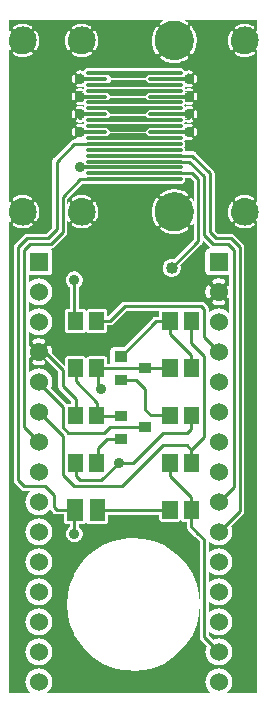
<source format=gbr>
G04 start of page 2 for group 0 idx 0 *
G04 Title: (unknown), top *
G04 Creator: pcb 1.99z *
G04 CreationDate: Sat 25 Jun 2011 09:43:41 PM GMT UTC *
G04 For: russ *
G04 Format: Gerber/RS-274X *
G04 PCB-Dimensions: 86614 228346 *
G04 PCB-Coordinate-Origin: lower left *
%MOIN*%
%FSLAX25Y25*%
%LNTOP*%
%ADD27C,0.0677*%
%ADD26C,0.1063*%
%ADD25C,0.0380*%
%ADD24C,0.1660*%
%ADD23C,0.0360*%
%ADD22C,0.0360*%
%ADD21C,0.0400*%
%ADD20R,0.0510X0.0510*%
%ADD19R,0.0512X0.0512*%
%ADD18R,0.0340X0.0340*%
%ADD17C,0.0913*%
%ADD16C,0.1299*%
%ADD15C,0.0600*%
%ADD14C,0.0118*%
%ADD13C,0.0096*%
%ADD12C,0.0100*%
%ADD11C,0.0200*%
G54D11*G36*
X80431Y226377D02*X84646D01*
Y222821D01*
X84610Y222825D01*
X84530Y222822D01*
X84453Y222806D01*
X84378Y222778D01*
X84309Y222739D01*
X84247Y222690D01*
X84193Y222631D01*
X84150Y222565D01*
X84117Y222493D01*
X84095Y222416D01*
X84087Y222338D01*
X84090Y222258D01*
X84106Y222181D01*
X84134Y222106D01*
X84174Y222038D01*
X84392Y221690D01*
X84574Y221322D01*
X84646Y221136D01*
Y217838D01*
X84605Y217726D01*
X84430Y217355D01*
X84222Y217001D01*
X84182Y216932D01*
X84156Y216857D01*
X84142Y216780D01*
X84140Y216701D01*
X84150Y216623D01*
X84173Y216548D01*
X84207Y216476D01*
X84251Y216412D01*
X84306Y216355D01*
X84368Y216307D01*
X84437Y216269D01*
X84512Y216243D01*
X84589Y216229D01*
X84646Y216228D01*
Y165735D01*
X84610Y165739D01*
X84530Y165736D01*
X84453Y165720D01*
X84378Y165692D01*
X84309Y165653D01*
X84247Y165604D01*
X84193Y165545D01*
X84150Y165479D01*
X84117Y165407D01*
X84095Y165330D01*
X84087Y165252D01*
X84090Y165172D01*
X84106Y165095D01*
X84134Y165020D01*
X84174Y164952D01*
X84392Y164604D01*
X84574Y164236D01*
X84646Y164050D01*
Y160752D01*
X84605Y160640D01*
X84430Y160269D01*
X84222Y159915D01*
X84182Y159846D01*
X84156Y159771D01*
X84142Y159694D01*
X84140Y159615D01*
X84150Y159537D01*
X84173Y159462D01*
X84207Y159390D01*
X84251Y159326D01*
X84306Y159269D01*
X84368Y159221D01*
X84437Y159183D01*
X84512Y159157D01*
X84589Y159143D01*
X84646Y159142D01*
Y1968D01*
X80431D01*
Y156836D01*
X80692Y156838D01*
X81190Y156887D01*
X81682Y156981D01*
X82164Y157119D01*
X82631Y157299D01*
X83081Y157521D01*
X83508Y157782D01*
X83570Y157832D01*
X83624Y157891D01*
X83667Y157957D01*
X83700Y158029D01*
X83722Y158106D01*
X83730Y158184D01*
X83727Y158264D01*
X83711Y158341D01*
X83683Y158416D01*
X83644Y158485D01*
X83595Y158547D01*
X83536Y158601D01*
X83470Y158644D01*
X83398Y158677D01*
X83321Y158699D01*
X83243Y158707D01*
X83163Y158704D01*
X83086Y158688D01*
X83011Y158660D01*
X82943Y158620D01*
X82595Y158402D01*
X82227Y158220D01*
X81844Y158072D01*
X81449Y157960D01*
X81046Y157883D01*
X80638Y157842D01*
X80431Y157840D01*
Y166964D01*
X80558Y166965D01*
X80967Y166931D01*
X81372Y166861D01*
X81768Y166755D01*
X82154Y166614D01*
X82525Y166439D01*
X82879Y166231D01*
X82948Y166191D01*
X83023Y166165D01*
X83100Y166151D01*
X83179Y166149D01*
X83257Y166159D01*
X83332Y166182D01*
X83404Y166216D01*
X83468Y166260D01*
X83525Y166315D01*
X83573Y166377D01*
X83611Y166446D01*
X83637Y166521D01*
X83651Y166598D01*
X83653Y166677D01*
X83643Y166755D01*
X83620Y166830D01*
X83586Y166902D01*
X83542Y166966D01*
X83487Y167023D01*
X83424Y167070D01*
X82995Y167328D01*
X82542Y167542D01*
X82071Y167714D01*
X81587Y167843D01*
X81094Y167929D01*
X80594Y167969D01*
X80431Y167968D01*
Y213922D01*
X80692Y213924D01*
X81190Y213973D01*
X81682Y214067D01*
X82164Y214205D01*
X82631Y214385D01*
X83081Y214607D01*
X83508Y214868D01*
X83570Y214918D01*
X83624Y214977D01*
X83667Y215043D01*
X83700Y215115D01*
X83722Y215192D01*
X83730Y215270D01*
X83727Y215350D01*
X83711Y215427D01*
X83683Y215502D01*
X83644Y215571D01*
X83595Y215633D01*
X83536Y215687D01*
X83470Y215730D01*
X83398Y215763D01*
X83321Y215785D01*
X83243Y215793D01*
X83163Y215790D01*
X83086Y215774D01*
X83011Y215746D01*
X82943Y215706D01*
X82595Y215488D01*
X82227Y215306D01*
X81844Y215158D01*
X81449Y215046D01*
X81046Y214969D01*
X80638Y214928D01*
X80431Y214926D01*
Y224050D01*
X80558Y224051D01*
X80967Y224017D01*
X81372Y223947D01*
X81768Y223841D01*
X82154Y223700D01*
X82525Y223525D01*
X82879Y223317D01*
X82948Y223277D01*
X83023Y223251D01*
X83100Y223237D01*
X83179Y223235D01*
X83257Y223245D01*
X83332Y223268D01*
X83404Y223302D01*
X83468Y223346D01*
X83525Y223401D01*
X83573Y223463D01*
X83611Y223532D01*
X83637Y223607D01*
X83651Y223684D01*
X83653Y223763D01*
X83643Y223841D01*
X83620Y223916D01*
X83586Y223988D01*
X83542Y224052D01*
X83487Y224109D01*
X83424Y224156D01*
X82995Y224414D01*
X82542Y224628D01*
X82071Y224800D01*
X81587Y224929D01*
X81094Y225015D01*
X80594Y225055D01*
X80431Y225054D01*
Y226377D01*
G37*
G36*
X75762D02*X80431D01*
Y225054D01*
X80093Y225051D01*
X79595Y225002D01*
X79103Y224908D01*
X78621Y224770D01*
X78154Y224590D01*
X77704Y224368D01*
X77277Y224107D01*
X77215Y224057D01*
X77161Y223998D01*
X77118Y223932D01*
X77085Y223860D01*
X77063Y223783D01*
X77055Y223705D01*
X77058Y223625D01*
X77074Y223548D01*
X77102Y223473D01*
X77141Y223404D01*
X77190Y223342D01*
X77249Y223288D01*
X77315Y223245D01*
X77387Y223212D01*
X77464Y223190D01*
X77542Y223182D01*
X77622Y223185D01*
X77699Y223201D01*
X77774Y223229D01*
X77842Y223269D01*
X78190Y223487D01*
X78558Y223669D01*
X78941Y223817D01*
X79336Y223929D01*
X79739Y224006D01*
X80147Y224047D01*
X80431Y224050D01*
Y214926D01*
X80227Y214924D01*
X79818Y214958D01*
X79413Y215028D01*
X79017Y215134D01*
X78631Y215275D01*
X78260Y215450D01*
X77906Y215658D01*
X77837Y215698D01*
X77762Y215724D01*
X77685Y215738D01*
X77606Y215740D01*
X77528Y215730D01*
X77453Y215707D01*
X77381Y215673D01*
X77317Y215629D01*
X77260Y215574D01*
X77212Y215512D01*
X77174Y215443D01*
X77148Y215368D01*
X77134Y215291D01*
X77132Y215212D01*
X77142Y215134D01*
X77165Y215059D01*
X77199Y214987D01*
X77243Y214923D01*
X77298Y214866D01*
X77361Y214819D01*
X77790Y214561D01*
X78243Y214347D01*
X78714Y214175D01*
X79198Y214046D01*
X79691Y213960D01*
X80191Y213920D01*
X80431Y213922D01*
Y167968D01*
X80093Y167965D01*
X79595Y167916D01*
X79103Y167822D01*
X78621Y167684D01*
X78154Y167504D01*
X77704Y167282D01*
X77277Y167021D01*
X77215Y166971D01*
X77161Y166912D01*
X77118Y166846D01*
X77085Y166774D01*
X77063Y166697D01*
X77055Y166619D01*
X77058Y166539D01*
X77074Y166462D01*
X77102Y166387D01*
X77141Y166318D01*
X77190Y166256D01*
X77249Y166202D01*
X77315Y166159D01*
X77387Y166126D01*
X77464Y166104D01*
X77542Y166096D01*
X77622Y166099D01*
X77699Y166115D01*
X77774Y166143D01*
X77842Y166183D01*
X78190Y166401D01*
X78558Y166583D01*
X78941Y166731D01*
X79336Y166843D01*
X79739Y166920D01*
X80147Y166961D01*
X80431Y166964D01*
Y157840D01*
X80227Y157838D01*
X79818Y157872D01*
X79413Y157942D01*
X79017Y158048D01*
X78631Y158189D01*
X78260Y158364D01*
X77906Y158572D01*
X77837Y158612D01*
X77762Y158638D01*
X77685Y158652D01*
X77606Y158654D01*
X77528Y158644D01*
X77453Y158621D01*
X77381Y158587D01*
X77317Y158543D01*
X77260Y158488D01*
X77212Y158426D01*
X77174Y158357D01*
X77148Y158282D01*
X77134Y158205D01*
X77132Y158126D01*
X77142Y158048D01*
X77165Y157973D01*
X77199Y157901D01*
X77243Y157837D01*
X77298Y157780D01*
X77361Y157733D01*
X77790Y157475D01*
X78243Y157261D01*
X78714Y157089D01*
X79198Y156960D01*
X79691Y156874D01*
X80191Y156834D01*
X80431Y156836D01*
Y1968D01*
X75762D01*
Y3504D01*
X75833Y3620D01*
X76104Y4274D01*
X76269Y4963D01*
X76311Y5669D01*
X76269Y6375D01*
X76104Y7064D01*
X75833Y7718D01*
X75762Y7834D01*
Y13504D01*
X75833Y13620D01*
X76104Y14274D01*
X76269Y14963D01*
X76311Y15669D01*
X76269Y16375D01*
X76104Y17064D01*
X75833Y17718D01*
X75762Y17834D01*
Y23504D01*
X75833Y23620D01*
X76104Y24274D01*
X76269Y24963D01*
X76311Y25669D01*
X76269Y26375D01*
X76104Y27064D01*
X75833Y27718D01*
X75762Y27834D01*
Y33504D01*
X75833Y33620D01*
X76104Y34274D01*
X76269Y34963D01*
X76311Y35669D01*
X76269Y36375D01*
X76104Y37064D01*
X75833Y37718D01*
X75762Y37834D01*
Y43504D01*
X75833Y43620D01*
X76104Y44274D01*
X76269Y44963D01*
X76311Y45669D01*
X76269Y46375D01*
X76104Y47064D01*
X75833Y47718D01*
X75762Y47834D01*
Y53504D01*
X75833Y53620D01*
X76104Y54274D01*
X76269Y54963D01*
X76311Y55669D01*
X76269Y56375D01*
X76104Y57064D01*
X75876Y57614D01*
X79751Y61489D01*
X79804Y61534D01*
X79926Y61678D01*
X79958Y61713D01*
X80081Y61915D01*
X80171Y62133D01*
X80227Y62363D01*
X80245Y62598D01*
X80240Y62663D01*
Y150539D01*
X80244Y150591D01*
X80230Y150780D01*
X80227Y150826D01*
X80172Y151055D01*
X80082Y151274D01*
X79958Y151475D01*
X79805Y151655D01*
X79745Y151706D01*
X76903Y154548D01*
X76852Y154608D01*
X76672Y154761D01*
X76471Y154885D01*
X76252Y154975D01*
X76023Y155030D01*
X75965Y155033D01*
X75788Y155047D01*
X75762Y155045D01*
Y159304D01*
X75773Y159286D01*
X75823Y159224D01*
X75882Y159170D01*
X75948Y159127D01*
X76020Y159094D01*
X76097Y159072D01*
X76175Y159064D01*
X76255Y159067D01*
X76332Y159083D01*
X76407Y159111D01*
X76476Y159150D01*
X76538Y159199D01*
X76592Y159258D01*
X76635Y159324D01*
X76668Y159396D01*
X76690Y159473D01*
X76698Y159551D01*
X76695Y159631D01*
X76679Y159708D01*
X76651Y159783D01*
X76611Y159851D01*
X76393Y160199D01*
X76211Y160567D01*
X76063Y160950D01*
X75951Y161345D01*
X75874Y161748D01*
X75833Y162156D01*
X75829Y162567D01*
X75863Y162976D01*
X75933Y163381D01*
X76039Y163777D01*
X76180Y164163D01*
X76355Y164534D01*
X76563Y164888D01*
X76603Y164957D01*
X76629Y165032D01*
X76643Y165109D01*
X76645Y165188D01*
X76635Y165266D01*
X76612Y165341D01*
X76578Y165413D01*
X76534Y165477D01*
X76479Y165534D01*
X76417Y165582D01*
X76348Y165620D01*
X76273Y165646D01*
X76196Y165660D01*
X76117Y165662D01*
X76039Y165652D01*
X75964Y165629D01*
X75892Y165595D01*
X75828Y165551D01*
X75771Y165496D01*
X75762Y165484D01*
Y216390D01*
X75773Y216372D01*
X75823Y216310D01*
X75882Y216256D01*
X75948Y216213D01*
X76020Y216180D01*
X76097Y216158D01*
X76175Y216150D01*
X76255Y216153D01*
X76332Y216169D01*
X76407Y216197D01*
X76476Y216236D01*
X76538Y216285D01*
X76592Y216344D01*
X76635Y216410D01*
X76668Y216482D01*
X76690Y216559D01*
X76698Y216637D01*
X76695Y216717D01*
X76679Y216794D01*
X76651Y216869D01*
X76611Y216937D01*
X76393Y217285D01*
X76211Y217653D01*
X76063Y218036D01*
X75951Y218431D01*
X75874Y218834D01*
X75833Y219242D01*
X75829Y219653D01*
X75863Y220062D01*
X75933Y220467D01*
X76039Y220863D01*
X76180Y221249D01*
X76355Y221620D01*
X76563Y221974D01*
X76603Y222043D01*
X76629Y222118D01*
X76643Y222195D01*
X76645Y222274D01*
X76635Y222352D01*
X76612Y222427D01*
X76578Y222499D01*
X76534Y222563D01*
X76479Y222620D01*
X76417Y222668D01*
X76348Y222706D01*
X76273Y222732D01*
X76196Y222746D01*
X76117Y222748D01*
X76039Y222738D01*
X75964Y222715D01*
X75892Y222681D01*
X75828Y222637D01*
X75771Y222582D01*
X75762Y222570D01*
Y226377D01*
G37*
G36*
Y47834D02*X75463Y48322D01*
X75003Y48861D01*
X74464Y49321D01*
X73860Y49691D01*
X73206Y49962D01*
X72517Y50127D01*
X71811Y50183D01*
X71105Y50127D01*
X70416Y49962D01*
X69762Y49691D01*
X69158Y49321D01*
X68619Y48861D01*
X68411Y48617D01*
Y52721D01*
X68427Y52702D01*
X68619Y52477D01*
X69158Y52017D01*
X69762Y51647D01*
X70416Y51376D01*
X71105Y51211D01*
X71811Y51155D01*
X72517Y51211D01*
X73206Y51376D01*
X73860Y51647D01*
X74464Y52017D01*
X75003Y52477D01*
X75463Y53016D01*
X75762Y53504D01*
Y47834D01*
G37*
G36*
Y37834D02*X75463Y38322D01*
X75003Y38861D01*
X74464Y39321D01*
X73860Y39691D01*
X73206Y39962D01*
X72517Y40127D01*
X71811Y40183D01*
X71105Y40127D01*
X70416Y39962D01*
X69762Y39691D01*
X69158Y39321D01*
X68619Y38861D01*
X68411Y38617D01*
Y42721D01*
X68619Y42477D01*
X69158Y42017D01*
X69762Y41647D01*
X70416Y41376D01*
X71105Y41211D01*
X71811Y41155D01*
X72517Y41211D01*
X73206Y41376D01*
X73860Y41647D01*
X74464Y42017D01*
X75003Y42477D01*
X75463Y43016D01*
X75762Y43504D01*
Y37834D01*
G37*
G36*
Y27834D02*X75463Y28322D01*
X75003Y28861D01*
X74464Y29321D01*
X73860Y29691D01*
X73206Y29962D01*
X72517Y30127D01*
X71811Y30183D01*
X71105Y30127D01*
X70416Y29962D01*
X69762Y29691D01*
X69158Y29321D01*
X68619Y28861D01*
X68411Y28617D01*
Y32721D01*
X68619Y32477D01*
X69158Y32017D01*
X69762Y31647D01*
X70416Y31376D01*
X71105Y31211D01*
X71811Y31155D01*
X72517Y31211D01*
X73206Y31376D01*
X73860Y31647D01*
X74464Y32017D01*
X75003Y32477D01*
X75463Y33016D01*
X75762Y33504D01*
Y27834D01*
G37*
G36*
Y17834D02*X75463Y18322D01*
X75003Y18861D01*
X74464Y19321D01*
X73860Y19691D01*
X73327Y19912D01*
X73206Y19962D01*
X72517Y20127D01*
X71811Y20183D01*
X71105Y20127D01*
X70416Y19962D01*
X69848Y19727D01*
X68411Y21164D01*
Y22721D01*
X68619Y22477D01*
X69158Y22017D01*
X69762Y21647D01*
X70416Y21376D01*
X71105Y21211D01*
X71811Y21155D01*
X72517Y21211D01*
X73206Y21376D01*
X73327Y21426D01*
X73860Y21647D01*
X74464Y22017D01*
X75003Y22477D01*
X75463Y23016D01*
X75762Y23504D01*
Y17834D01*
G37*
G36*
Y7834D02*X75463Y8322D01*
X75003Y8861D01*
X74464Y9321D01*
X73860Y9691D01*
X73206Y9962D01*
X72517Y10127D01*
X71811Y10183D01*
X71105Y10127D01*
X70416Y9962D01*
X69762Y9691D01*
X69158Y9321D01*
X68619Y8861D01*
X68159Y8322D01*
X67789Y7718D01*
X67518Y7064D01*
X67353Y6375D01*
X67297Y5669D01*
X67353Y4963D01*
X67518Y4274D01*
X67789Y3620D01*
X68159Y3016D01*
X68619Y2477D01*
X69158Y2017D01*
X69238Y1968D01*
X64040D01*
Y23903D01*
X64353Y24658D01*
X65164Y28034D01*
X65368Y31496D01*
X65164Y34958D01*
X64353Y38334D01*
X64040Y39089D01*
Y53933D01*
X64077Y53900D01*
X64095Y53889D01*
X65446Y52538D01*
Y20591D01*
X65443Y20552D01*
X65461Y20324D01*
Y20318D01*
X65515Y20092D01*
X65604Y19876D01*
X65726Y19677D01*
X65878Y19500D01*
X65928Y19457D01*
X67753Y17632D01*
X67518Y17064D01*
X67353Y16375D01*
X67297Y15669D01*
X67353Y14963D01*
X67518Y14274D01*
X67568Y14153D01*
X67789Y13620D01*
X68159Y13016D01*
X68619Y12477D01*
X69158Y12017D01*
X69762Y11647D01*
X70416Y11376D01*
X71105Y11211D01*
X71811Y11155D01*
X72517Y11211D01*
X73206Y11376D01*
X73860Y11647D01*
X74464Y12017D01*
X75003Y12477D01*
X75463Y13016D01*
X75762Y13504D01*
Y7834D01*
G37*
G36*
Y1968D02*X74384D01*
X74464Y2017D01*
X75003Y2477D01*
X75463Y3016D01*
X75762Y3504D01*
Y1968D01*
G37*
G36*
X64040Y226377D02*X75762D01*
Y222570D01*
X75724Y222519D01*
X75466Y222090D01*
X75252Y221637D01*
X75080Y221166D01*
X74951Y220682D01*
X74865Y220189D01*
X74825Y219689D01*
X74829Y219188D01*
X74878Y218690D01*
X74972Y218198D01*
X75110Y217716D01*
X75290Y217249D01*
X75512Y216799D01*
X75762Y216390D01*
Y165484D01*
X75724Y165433D01*
X75466Y165004D01*
X75252Y164551D01*
X75080Y164080D01*
X74951Y163596D01*
X74865Y163103D01*
X74825Y162603D01*
X74829Y162102D01*
X74878Y161604D01*
X74972Y161112D01*
X75110Y160630D01*
X75290Y160163D01*
X75512Y159713D01*
X75762Y159304D01*
Y155045D01*
X75749Y155044D01*
X71486D01*
X70397Y156133D01*
Y175131D01*
X70402Y175197D01*
X70384Y175432D01*
X70329Y175662D01*
X70291Y175752D01*
X70239Y175879D01*
X70191Y175957D01*
X70115Y176081D01*
X70097Y176101D01*
X69962Y176260D01*
X69915Y176300D01*
X64108Y182107D01*
X64057Y182167D01*
X64040Y182181D01*
Y187694D01*
X64109Y187708D01*
X64183Y187735D01*
X64252Y187774D01*
X64313Y187823D01*
X64366Y187881D01*
X64410Y187947D01*
X64441Y188019D01*
X64517Y188251D01*
X64570Y188490D01*
X64602Y188732D01*
X64612Y188976D01*
X64602Y189221D01*
X64570Y189463D01*
X64517Y189702D01*
X64443Y189935D01*
X64412Y190007D01*
X64368Y190073D01*
X64315Y190132D01*
X64253Y190181D01*
X64184Y190220D01*
X64110Y190247D01*
X64040Y190261D01*
Y193599D01*
X64109Y193613D01*
X64183Y193640D01*
X64252Y193679D01*
X64313Y193728D01*
X64366Y193786D01*
X64410Y193852D01*
X64441Y193924D01*
X64517Y194156D01*
X64570Y194395D01*
X64602Y194637D01*
X64612Y194881D01*
X64602Y195126D01*
X64570Y195368D01*
X64517Y195607D01*
X64443Y195840D01*
X64412Y195912D01*
X64368Y195978D01*
X64315Y196037D01*
X64253Y196086D01*
X64184Y196125D01*
X64110Y196152D01*
X64040Y196166D01*
Y199505D01*
X64109Y199519D01*
X64183Y199546D01*
X64252Y199585D01*
X64313Y199634D01*
X64366Y199692D01*
X64410Y199758D01*
X64441Y199830D01*
X64517Y200062D01*
X64570Y200301D01*
X64602Y200543D01*
X64612Y200787D01*
X64602Y201032D01*
X64570Y201274D01*
X64517Y201513D01*
X64443Y201746D01*
X64412Y201818D01*
X64368Y201884D01*
X64315Y201943D01*
X64253Y201992D01*
X64184Y202031D01*
X64110Y202058D01*
X64040Y202072D01*
Y205410D01*
X64109Y205424D01*
X64183Y205451D01*
X64252Y205490D01*
X64313Y205539D01*
X64366Y205597D01*
X64410Y205663D01*
X64441Y205735D01*
X64517Y205967D01*
X64570Y206206D01*
X64602Y206448D01*
X64612Y206692D01*
X64602Y206937D01*
X64570Y207179D01*
X64517Y207418D01*
X64443Y207651D01*
X64412Y207723D01*
X64368Y207789D01*
X64315Y207848D01*
X64253Y207897D01*
X64184Y207936D01*
X64110Y207963D01*
X64040Y207977D01*
Y217114D01*
X64172Y217527D01*
X64320Y218194D01*
X64407Y218871D01*
X64432Y219553D01*
X64395Y220235D01*
X64296Y220910D01*
X64136Y221574D01*
X64040Y221857D01*
Y226377D01*
G37*
G36*
Y39089D02*X63446Y40523D01*
Y40524D01*
X63024Y41542D01*
X61210Y44503D01*
X58955Y47144D01*
X56314Y49399D01*
X53353Y51213D01*
X50145Y52542D01*
X46769Y53353D01*
X43307Y53625D01*
X41831Y53509D01*
Y61469D01*
X51963D01*
X51965Y59860D01*
X52002Y59707D01*
X52062Y59562D01*
X52144Y59427D01*
X52247Y59308D01*
X52366Y59205D01*
X52501Y59123D01*
X52646Y59063D01*
X52799Y59026D01*
X52956Y59017D01*
X58231Y59026D01*
X58384Y59063D01*
X58529Y59123D01*
X58664Y59205D01*
X58783Y59308D01*
X58886Y59427D01*
X58968Y59562D01*
X59028Y59707D01*
X59058Y59831D01*
X59088Y59707D01*
X59148Y59562D01*
X59230Y59427D01*
X59333Y59308D01*
X59452Y59205D01*
X59587Y59123D01*
X59732Y59063D01*
X59885Y59026D01*
X60042Y59017D01*
X61100Y59019D01*
Y57518D01*
X61097Y57479D01*
X61115Y57243D01*
X61170Y57013D01*
X61260Y56795D01*
X61284Y56757D01*
X61305Y56722D01*
X61383Y56594D01*
X61404Y56570D01*
X61537Y56414D01*
X61584Y56374D01*
X63900Y54058D01*
X64040Y53933D01*
Y39089D01*
G37*
G36*
Y1968D02*X41831D01*
Y9483D01*
X43307Y9367D01*
X46769Y9639D01*
X50145Y10450D01*
X53353Y11779D01*
X56314Y13593D01*
X58955Y15848D01*
X61210Y18489D01*
X63024Y21450D01*
X63446Y22468D01*
Y22469D01*
X64040Y23903D01*
Y1968D01*
G37*
G36*
X56981Y225979D02*X57462Y225962D01*
X58049Y225886D01*
X58625Y225758D01*
X59188Y225578D01*
X59732Y225347D01*
X60253Y225068D01*
X60747Y224743D01*
X60813Y224700D01*
X60886Y224670D01*
X60963Y224651D01*
X61041Y224645D01*
X61120Y224651D01*
X61196Y224670D01*
X61269Y224700D01*
X61336Y224741D01*
X61396Y224792D01*
X61447Y224852D01*
X61488Y224919D01*
X61518Y224992D01*
X61537Y225069D01*
X61543Y225147D01*
X61537Y225226D01*
X61518Y225302D01*
X61488Y225375D01*
X61447Y225442D01*
X61396Y225502D01*
X61335Y225552D01*
X60769Y225934D01*
X60167Y226256D01*
X59882Y226377D01*
X64040D01*
Y221857D01*
X63917Y222220D01*
X63640Y222844D01*
X63307Y223440D01*
X62921Y224003D01*
X62869Y224064D01*
X62808Y224115D01*
X62739Y224155D01*
X62665Y224184D01*
X62587Y224202D01*
X62507Y224206D01*
X62428Y224199D01*
X62351Y224179D01*
X62277Y224147D01*
X62210Y224104D01*
X62150Y224051D01*
X62099Y223990D01*
X62059Y223921D01*
X62030Y223847D01*
X62012Y223769D01*
X62008Y223689D01*
X62015Y223610D01*
X62035Y223533D01*
X62067Y223459D01*
X62111Y223393D01*
X62450Y222909D01*
X62738Y222393D01*
X62978Y221853D01*
X63168Y221294D01*
X63307Y220719D01*
X63392Y220134D01*
X63424Y219544D01*
X63403Y218954D01*
X63327Y218367D01*
X63199Y217791D01*
X63019Y217228D01*
X62788Y216684D01*
X62509Y216163D01*
X62184Y215669D01*
X62141Y215603D01*
X62111Y215530D01*
X62092Y215453D01*
X62086Y215375D01*
X62092Y215296D01*
X62111Y215220D01*
X62141Y215147D01*
X62182Y215080D01*
X62233Y215020D01*
X62293Y214969D01*
X62360Y214928D01*
X62433Y214898D01*
X62510Y214879D01*
X62588Y214873D01*
X62667Y214879D01*
X62743Y214898D01*
X62816Y214928D01*
X62883Y214969D01*
X62943Y215020D01*
X62993Y215081D01*
X63375Y215647D01*
X63697Y216249D01*
X63964Y216877D01*
X64040Y217114D01*
Y207977D01*
X64032Y207979D01*
X63953Y207983D01*
X63875Y207974D01*
X63798Y207952D01*
X63727Y207920D01*
X63661Y207876D01*
X63602Y207823D01*
X63553Y207761D01*
X63514Y207692D01*
X63487Y207618D01*
X63471Y207540D01*
X63467Y207461D01*
X63476Y207383D01*
X63499Y207307D01*
X63548Y207158D01*
X63582Y207005D01*
X63603Y206849D01*
X63610Y206692D01*
X63603Y206536D01*
X63582Y206380D01*
X63548Y206227D01*
X63501Y206077D01*
X63479Y206002D01*
X63470Y205923D01*
X63473Y205845D01*
X63489Y205768D01*
X63516Y205694D01*
X63555Y205625D01*
X63604Y205564D01*
X63662Y205511D01*
X63728Y205467D01*
X63799Y205435D01*
X63875Y205414D01*
X63954Y205405D01*
X64032Y205408D01*
X64040Y205410D01*
Y202072D01*
X64032Y202074D01*
X63953Y202078D01*
X63875Y202069D01*
X63798Y202047D01*
X63727Y202015D01*
X63661Y201971D01*
X63602Y201918D01*
X63553Y201856D01*
X63514Y201787D01*
X63487Y201713D01*
X63471Y201635D01*
X63467Y201556D01*
X63476Y201478D01*
X63499Y201402D01*
X63548Y201253D01*
X63582Y201100D01*
X63603Y200944D01*
X63610Y200787D01*
X63603Y200631D01*
X63582Y200475D01*
X63548Y200322D01*
X63501Y200172D01*
X63479Y200097D01*
X63470Y200018D01*
X63473Y199940D01*
X63489Y199863D01*
X63516Y199789D01*
X63555Y199720D01*
X63604Y199659D01*
X63662Y199606D01*
X63728Y199562D01*
X63799Y199530D01*
X63875Y199509D01*
X63954Y199500D01*
X64032Y199503D01*
X64040Y199505D01*
Y196166D01*
X64032Y196168D01*
X63953Y196172D01*
X63875Y196163D01*
X63798Y196141D01*
X63727Y196109D01*
X63661Y196065D01*
X63602Y196012D01*
X63553Y195950D01*
X63514Y195881D01*
X63487Y195807D01*
X63471Y195729D01*
X63467Y195650D01*
X63476Y195572D01*
X63499Y195496D01*
X63548Y195347D01*
X63582Y195194D01*
X63603Y195038D01*
X63610Y194881D01*
X63603Y194725D01*
X63582Y194569D01*
X63548Y194416D01*
X63501Y194266D01*
X63479Y194191D01*
X63470Y194112D01*
X63473Y194034D01*
X63489Y193957D01*
X63516Y193883D01*
X63555Y193814D01*
X63604Y193753D01*
X63662Y193700D01*
X63728Y193656D01*
X63799Y193624D01*
X63875Y193603D01*
X63954Y193594D01*
X64032Y193597D01*
X64040Y193599D01*
Y190261D01*
X64032Y190263D01*
X63953Y190267D01*
X63875Y190258D01*
X63798Y190236D01*
X63727Y190204D01*
X63661Y190160D01*
X63602Y190107D01*
X63553Y190045D01*
X63514Y189976D01*
X63487Y189902D01*
X63471Y189824D01*
X63467Y189745D01*
X63476Y189667D01*
X63499Y189591D01*
X63548Y189442D01*
X63582Y189289D01*
X63603Y189133D01*
X63610Y188976D01*
X63603Y188820D01*
X63582Y188664D01*
X63548Y188511D01*
X63501Y188361D01*
X63479Y188286D01*
X63470Y188207D01*
X63473Y188129D01*
X63489Y188052D01*
X63516Y187978D01*
X63555Y187909D01*
X63604Y187848D01*
X63662Y187795D01*
X63728Y187751D01*
X63799Y187719D01*
X63875Y187698D01*
X63954Y187689D01*
X64032Y187692D01*
X64040Y187694D01*
Y182181D01*
X63877Y182320D01*
X63676Y182444D01*
X63457Y182534D01*
X63228Y182589D01*
X63170Y182592D01*
X62993Y182606D01*
X62954Y182603D01*
X60579D01*
X60631Y182820D01*
X60651Y183070D01*
X60631Y183320D01*
X60573Y183563D01*
X60477Y183795D01*
X60346Y184008D01*
X60306Y184054D01*
X60346Y184101D01*
X60477Y184314D01*
X60573Y184546D01*
X60631Y184789D01*
X60651Y185039D01*
X60631Y185289D01*
X60573Y185532D01*
X60477Y185764D01*
X60346Y185977D01*
X60307Y186023D01*
X60346Y186069D01*
X60477Y186282D01*
X60573Y186514D01*
X60587Y186572D01*
X60608Y186535D01*
X60657Y186474D01*
X60715Y186421D01*
X60781Y186377D01*
X60853Y186346D01*
X61085Y186270D01*
X61324Y186217D01*
X61566Y186185D01*
X61811Y186175D01*
X62055Y186185D01*
X62297Y186217D01*
X62536Y186270D01*
X62769Y186344D01*
X62841Y186375D01*
X62907Y186419D01*
X62966Y186472D01*
X63015Y186534D01*
X63054Y186603D01*
X63081Y186677D01*
X63097Y186755D01*
X63101Y186834D01*
X63092Y186912D01*
X63070Y186989D01*
X63038Y187060D01*
X62994Y187126D01*
X62941Y187185D01*
X62879Y187234D01*
X62810Y187273D01*
X62736Y187300D01*
X62658Y187316D01*
X62579Y187320D01*
X62501Y187311D01*
X62425Y187288D01*
X62276Y187239D01*
X62123Y187205D01*
X61967Y187184D01*
X61811Y187177D01*
X61654Y187184D01*
X61498Y187205D01*
X61345Y187239D01*
X61195Y187286D01*
X61120Y187308D01*
X61041Y187317D01*
X60963Y187314D01*
X60886Y187298D01*
X60812Y187271D01*
X60743Y187232D01*
X60682Y187183D01*
X60641Y187138D01*
X60631Y187257D01*
X60600Y187385D01*
X61811D01*
X62061Y187400D01*
X62304Y187458D01*
X62536Y187554D01*
X62749Y187685D01*
X62939Y187848D01*
X63102Y188038D01*
X63233Y188251D01*
X63329Y188483D01*
X63387Y188726D01*
X63407Y188976D01*
X63387Y189226D01*
X63329Y189469D01*
X63233Y189701D01*
X63102Y189914D01*
X62939Y190104D01*
X62749Y190267D01*
X62536Y190398D01*
X62304Y190494D01*
X62061Y190552D01*
X61811Y190567D01*
X60601D01*
X60631Y190694D01*
X60640Y190812D01*
X60680Y190768D01*
X60742Y190719D01*
X60811Y190680D01*
X60885Y190653D01*
X60963Y190637D01*
X61042Y190633D01*
X61120Y190642D01*
X61196Y190665D01*
X61345Y190714D01*
X61498Y190748D01*
X61654Y190769D01*
X61811Y190775D01*
X61967Y190769D01*
X62123Y190748D01*
X62276Y190714D01*
X62426Y190667D01*
X62501Y190645D01*
X62580Y190636D01*
X62658Y190639D01*
X62735Y190655D01*
X62809Y190682D01*
X62878Y190721D01*
X62939Y190770D01*
X62992Y190828D01*
X63036Y190894D01*
X63068Y190965D01*
X63089Y191041D01*
X63098Y191120D01*
X63095Y191198D01*
X63079Y191275D01*
X63052Y191349D01*
X63013Y191418D01*
X62964Y191479D01*
X62906Y191532D01*
X62840Y191576D01*
X62768Y191607D01*
X62536Y191683D01*
X62297Y191736D01*
X62055Y191768D01*
X61811Y191778D01*
X61566Y191768D01*
X61324Y191736D01*
X61085Y191683D01*
X60852Y191609D01*
X60780Y191578D01*
X60714Y191534D01*
X60655Y191481D01*
X60606Y191419D01*
X60586Y191383D01*
X60573Y191437D01*
X60477Y191669D01*
X60346Y191882D01*
X60306Y191928D01*
X60346Y191975D01*
X60477Y192188D01*
X60573Y192420D01*
X60587Y192478D01*
X60608Y192440D01*
X60657Y192379D01*
X60715Y192326D01*
X60781Y192282D01*
X60853Y192251D01*
X61085Y192175D01*
X61324Y192122D01*
X61566Y192090D01*
X61811Y192080D01*
X62055Y192090D01*
X62297Y192122D01*
X62536Y192175D01*
X62769Y192249D01*
X62841Y192280D01*
X62907Y192324D01*
X62966Y192377D01*
X63015Y192439D01*
X63054Y192508D01*
X63081Y192582D01*
X63097Y192660D01*
X63101Y192739D01*
X63092Y192817D01*
X63070Y192894D01*
X63038Y192965D01*
X62994Y193031D01*
X62941Y193090D01*
X62879Y193139D01*
X62810Y193178D01*
X62736Y193205D01*
X62658Y193221D01*
X62579Y193225D01*
X62501Y193216D01*
X62425Y193193D01*
X62276Y193144D01*
X62123Y193110D01*
X61967Y193089D01*
X61811Y193082D01*
X61654Y193089D01*
X61498Y193110D01*
X61345Y193144D01*
X61195Y193191D01*
X61120Y193213D01*
X61041Y193222D01*
X60963Y193219D01*
X60886Y193203D01*
X60812Y193176D01*
X60743Y193137D01*
X60682Y193088D01*
X60641Y193043D01*
X60631Y193163D01*
X60601Y193290D01*
X61811D01*
X62061Y193305D01*
X62304Y193363D01*
X62536Y193459D01*
X62749Y193590D01*
X62939Y193753D01*
X63102Y193943D01*
X63233Y194156D01*
X63329Y194388D01*
X63387Y194631D01*
X63407Y194881D01*
X63387Y195131D01*
X63329Y195374D01*
X63233Y195606D01*
X63102Y195819D01*
X62939Y196009D01*
X62749Y196172D01*
X62536Y196303D01*
X62304Y196399D01*
X62061Y196457D01*
X61811Y196472D01*
X60600D01*
X60631Y196600D01*
X60640Y196717D01*
X60680Y196673D01*
X60742Y196624D01*
X60811Y196585D01*
X60885Y196558D01*
X60963Y196542D01*
X61042Y196538D01*
X61120Y196547D01*
X61196Y196570D01*
X61345Y196619D01*
X61498Y196653D01*
X61654Y196674D01*
X61811Y196680D01*
X61967Y196674D01*
X62123Y196653D01*
X62276Y196619D01*
X62426Y196572D01*
X62501Y196550D01*
X62580Y196541D01*
X62658Y196544D01*
X62735Y196560D01*
X62809Y196587D01*
X62878Y196626D01*
X62939Y196675D01*
X62992Y196733D01*
X63036Y196799D01*
X63068Y196870D01*
X63089Y196946D01*
X63098Y197025D01*
X63095Y197103D01*
X63079Y197180D01*
X63052Y197254D01*
X63013Y197323D01*
X62964Y197384D01*
X62906Y197437D01*
X62840Y197481D01*
X62768Y197512D01*
X62536Y197588D01*
X62297Y197641D01*
X62055Y197673D01*
X61811Y197683D01*
X61566Y197673D01*
X61324Y197641D01*
X61085Y197588D01*
X60852Y197514D01*
X60780Y197483D01*
X60714Y197439D01*
X60655Y197386D01*
X60606Y197324D01*
X60586Y197289D01*
X60573Y197343D01*
X60477Y197575D01*
X60346Y197788D01*
X60307Y197834D01*
X60346Y197880D01*
X60477Y198093D01*
X60573Y198325D01*
X60587Y198383D01*
X60608Y198346D01*
X60657Y198285D01*
X60715Y198232D01*
X60781Y198188D01*
X60853Y198157D01*
X61085Y198081D01*
X61324Y198028D01*
X61566Y197996D01*
X61811Y197986D01*
X62055Y197996D01*
X62297Y198028D01*
X62536Y198081D01*
X62769Y198155D01*
X62841Y198186D01*
X62907Y198230D01*
X62966Y198283D01*
X63015Y198345D01*
X63054Y198414D01*
X63081Y198488D01*
X63097Y198566D01*
X63101Y198645D01*
X63092Y198723D01*
X63070Y198800D01*
X63038Y198871D01*
X62994Y198937D01*
X62941Y198996D01*
X62879Y199045D01*
X62810Y199084D01*
X62736Y199111D01*
X62658Y199127D01*
X62579Y199131D01*
X62501Y199122D01*
X62425Y199099D01*
X62276Y199050D01*
X62123Y199016D01*
X61967Y198995D01*
X61811Y198988D01*
X61654Y198995D01*
X61498Y199016D01*
X61345Y199050D01*
X61195Y199097D01*
X61120Y199119D01*
X61041Y199128D01*
X60963Y199125D01*
X60886Y199109D01*
X60812Y199082D01*
X60743Y199043D01*
X60682Y198994D01*
X60641Y198949D01*
X60631Y199068D01*
X60600Y199196D01*
X61811D01*
X62061Y199211D01*
X62304Y199269D01*
X62536Y199365D01*
X62749Y199496D01*
X62939Y199659D01*
X63102Y199849D01*
X63233Y200062D01*
X63329Y200294D01*
X63387Y200537D01*
X63407Y200787D01*
X63387Y201037D01*
X63329Y201280D01*
X63233Y201512D01*
X63102Y201725D01*
X62939Y201915D01*
X62749Y202078D01*
X62536Y202209D01*
X62304Y202305D01*
X62061Y202363D01*
X61811Y202378D01*
X60601D01*
X60631Y202505D01*
X60640Y202623D01*
X60680Y202579D01*
X60742Y202530D01*
X60811Y202491D01*
X60885Y202464D01*
X60963Y202448D01*
X61042Y202444D01*
X61120Y202453D01*
X61196Y202476D01*
X61345Y202525D01*
X61498Y202559D01*
X61654Y202580D01*
X61811Y202586D01*
X61967Y202580D01*
X62123Y202559D01*
X62276Y202525D01*
X62426Y202478D01*
X62501Y202456D01*
X62580Y202447D01*
X62658Y202450D01*
X62735Y202466D01*
X62809Y202493D01*
X62878Y202532D01*
X62939Y202581D01*
X62992Y202639D01*
X63036Y202705D01*
X63068Y202776D01*
X63089Y202852D01*
X63098Y202931D01*
X63095Y203009D01*
X63079Y203086D01*
X63052Y203160D01*
X63013Y203229D01*
X62964Y203290D01*
X62906Y203343D01*
X62840Y203387D01*
X62768Y203418D01*
X62536Y203494D01*
X62297Y203547D01*
X62055Y203579D01*
X61811Y203589D01*
X61566Y203579D01*
X61324Y203547D01*
X61085Y203494D01*
X60852Y203420D01*
X60780Y203389D01*
X60714Y203345D01*
X60655Y203292D01*
X60606Y203230D01*
X60586Y203194D01*
X60573Y203248D01*
X60477Y203480D01*
X60346Y203693D01*
X60306Y203739D01*
X60346Y203786D01*
X60477Y203999D01*
X60573Y204231D01*
X60587Y204289D01*
X60608Y204251D01*
X60657Y204190D01*
X60715Y204137D01*
X60781Y204093D01*
X60853Y204062D01*
X61085Y203986D01*
X61324Y203933D01*
X61566Y203901D01*
X61811Y203891D01*
X62055Y203901D01*
X62297Y203933D01*
X62536Y203986D01*
X62769Y204060D01*
X62841Y204091D01*
X62907Y204135D01*
X62966Y204188D01*
X63015Y204250D01*
X63054Y204319D01*
X63081Y204393D01*
X63097Y204471D01*
X63101Y204550D01*
X63092Y204628D01*
X63070Y204705D01*
X63038Y204776D01*
X62994Y204842D01*
X62941Y204901D01*
X62879Y204950D01*
X62810Y204989D01*
X62736Y205016D01*
X62658Y205032D01*
X62579Y205036D01*
X62501Y205027D01*
X62425Y205004D01*
X62276Y204955D01*
X62123Y204921D01*
X61967Y204900D01*
X61811Y204893D01*
X61654Y204900D01*
X61498Y204921D01*
X61345Y204955D01*
X61195Y205002D01*
X61120Y205024D01*
X61041Y205033D01*
X60963Y205030D01*
X60886Y205014D01*
X60812Y204987D01*
X60743Y204948D01*
X60682Y204899D01*
X60641Y204854D01*
X60631Y204974D01*
X60601Y205101D01*
X61811D01*
X62061Y205116D01*
X62304Y205174D01*
X62536Y205270D01*
X62749Y205401D01*
X62939Y205564D01*
X63102Y205754D01*
X63233Y205967D01*
X63329Y206199D01*
X63387Y206442D01*
X63407Y206692D01*
X63387Y206942D01*
X63329Y207185D01*
X63233Y207417D01*
X63102Y207630D01*
X62939Y207820D01*
X62749Y207983D01*
X62536Y208114D01*
X62304Y208210D01*
X62061Y208268D01*
X61811Y208283D01*
X60600D01*
X60631Y208411D01*
X60640Y208528D01*
X60680Y208484D01*
X60742Y208435D01*
X60811Y208396D01*
X60885Y208369D01*
X60963Y208353D01*
X61042Y208349D01*
X61120Y208358D01*
X61196Y208381D01*
X61345Y208430D01*
X61498Y208464D01*
X61654Y208485D01*
X61811Y208491D01*
X61967Y208485D01*
X62123Y208464D01*
X62276Y208430D01*
X62426Y208383D01*
X62501Y208361D01*
X62580Y208352D01*
X62658Y208355D01*
X62735Y208371D01*
X62809Y208398D01*
X62878Y208437D01*
X62939Y208486D01*
X62992Y208544D01*
X63036Y208610D01*
X63068Y208681D01*
X63089Y208757D01*
X63098Y208836D01*
X63095Y208914D01*
X63079Y208991D01*
X63052Y209065D01*
X63013Y209134D01*
X62964Y209195D01*
X62906Y209248D01*
X62840Y209292D01*
X62768Y209323D01*
X62536Y209399D01*
X62297Y209452D01*
X62055Y209484D01*
X61811Y209494D01*
X61566Y209484D01*
X61324Y209452D01*
X61085Y209399D01*
X60852Y209325D01*
X60780Y209294D01*
X60714Y209250D01*
X60655Y209197D01*
X60606Y209135D01*
X60586Y209100D01*
X60573Y209154D01*
X60477Y209386D01*
X60346Y209599D01*
X60183Y209789D01*
X59993Y209952D01*
X59780Y210083D01*
X59548Y210179D01*
X59305Y210237D01*
X59055Y210252D01*
X56981D01*
Y211984D01*
X56994D01*
X57676Y212021D01*
X58351Y212120D01*
X59015Y212280D01*
X59661Y212499D01*
X60285Y212776D01*
X60881Y213109D01*
X61444Y213495D01*
X61505Y213547D01*
X61556Y213608D01*
X61596Y213677D01*
X61625Y213751D01*
X61643Y213829D01*
X61647Y213909D01*
X61640Y213988D01*
X61620Y214065D01*
X61588Y214139D01*
X61545Y214206D01*
X61492Y214266D01*
X61431Y214317D01*
X61362Y214357D01*
X61288Y214386D01*
X61210Y214404D01*
X61130Y214408D01*
X61051Y214401D01*
X60974Y214381D01*
X60900Y214349D01*
X60834Y214305D01*
X60350Y213966D01*
X59834Y213678D01*
X59294Y213438D01*
X58735Y213248D01*
X58160Y213109D01*
X57575Y213024D01*
X56985Y212992D01*
X56981D01*
Y225979D01*
G37*
G36*
X50637Y226377D02*X53973D01*
X53572Y226199D01*
X52976Y225866D01*
X52413Y225480D01*
X52352Y225428D01*
X52301Y225367D01*
X52261Y225298D01*
X52232Y225224D01*
X52214Y225146D01*
X52210Y225066D01*
X52217Y224987D01*
X52237Y224910D01*
X52269Y224836D01*
X52312Y224769D01*
X52365Y224709D01*
X52426Y224658D01*
X52495Y224618D01*
X52569Y224589D01*
X52647Y224571D01*
X52727Y224567D01*
X52806Y224574D01*
X52883Y224594D01*
X52957Y224626D01*
X53023Y224670D01*
X53507Y225009D01*
X54023Y225297D01*
X54563Y225537D01*
X55122Y225727D01*
X55697Y225866D01*
X56282Y225951D01*
X56872Y225983D01*
X56981Y225979D01*
Y212992D01*
X56395Y213013D01*
X55808Y213089D01*
X55232Y213217D01*
X54669Y213397D01*
X54125Y213628D01*
X53604Y213907D01*
X53110Y214232D01*
X53044Y214275D01*
X52971Y214305D01*
X52894Y214324D01*
X52816Y214330D01*
X52737Y214324D01*
X52661Y214305D01*
X52588Y214275D01*
X52521Y214234D01*
X52461Y214183D01*
X52410Y214123D01*
X52369Y214056D01*
X52339Y213983D01*
X52320Y213906D01*
X52314Y213828D01*
X52320Y213749D01*
X52339Y213673D01*
X52369Y213600D01*
X52410Y213533D01*
X52461Y213473D01*
X52522Y213423D01*
X53088Y213041D01*
X53690Y212719D01*
X54318Y212452D01*
X54968Y212244D01*
X55635Y212096D01*
X56312Y212009D01*
X56981Y211984D01*
Y210252D01*
X50637D01*
Y215408D01*
X50936Y214972D01*
X50988Y214911D01*
X51049Y214860D01*
X51118Y214820D01*
X51192Y214791D01*
X51270Y214773D01*
X51350Y214769D01*
X51429Y214776D01*
X51506Y214796D01*
X51580Y214828D01*
X51647Y214871D01*
X51707Y214924D01*
X51758Y214985D01*
X51798Y215054D01*
X51827Y215128D01*
X51845Y215206D01*
X51849Y215286D01*
X51842Y215365D01*
X51822Y215442D01*
X51790Y215516D01*
X51746Y215582D01*
X51407Y216066D01*
X51119Y216582D01*
X50879Y217122D01*
X50689Y217681D01*
X50637Y217896D01*
Y221089D01*
X50658Y221184D01*
X50838Y221747D01*
X51069Y222291D01*
X51348Y222812D01*
X51673Y223306D01*
X51716Y223372D01*
X51746Y223445D01*
X51765Y223522D01*
X51771Y223600D01*
X51765Y223679D01*
X51746Y223755D01*
X51716Y223828D01*
X51675Y223895D01*
X51624Y223955D01*
X51564Y224006D01*
X51497Y224047D01*
X51424Y224077D01*
X51347Y224096D01*
X51269Y224102D01*
X51190Y224096D01*
X51114Y224077D01*
X51041Y224047D01*
X50974Y224006D01*
X50914Y223955D01*
X50864Y223894D01*
X50637Y223558D01*
Y226377D01*
G37*
G36*
Y217896D02*X50550Y218256D01*
X50465Y218841D01*
X50433Y219431D01*
X50454Y220021D01*
X50530Y220608D01*
X50637Y221089D01*
Y217896D01*
G37*
G36*
X41831Y226377D02*X50637D01*
Y223558D01*
X50482Y223328D01*
X50160Y222726D01*
X49893Y222098D01*
X49685Y221448D01*
X49537Y220781D01*
X49450Y220104D01*
X49425Y219422D01*
X49462Y218740D01*
X49561Y218065D01*
X49721Y217401D01*
X49940Y216755D01*
X50217Y216131D01*
X50550Y215535D01*
X50637Y215408D01*
Y210252D01*
X41831D01*
Y226377D01*
G37*
G36*
X23362Y22000D02*X23590Y21450D01*
X25404Y18489D01*
X27659Y15848D01*
X30300Y13593D01*
X33261Y11779D01*
X36469Y10450D01*
X39845Y9639D01*
X41831Y9483D01*
Y1968D01*
X23362D01*
Y22000D01*
G37*
G36*
Y52307D02*X23625Y52286D01*
X24064Y52321D01*
X24493Y52424D01*
X24900Y52592D01*
X25276Y52823D01*
X25611Y53109D01*
X25897Y53444D01*
X26128Y53820D01*
X26296Y54227D01*
X26399Y54656D01*
X26425Y55095D01*
X26399Y55534D01*
X26296Y55963D01*
X26128Y56370D01*
X25897Y56746D01*
X25611Y57081D01*
X25276Y57367D01*
X25125Y57460D01*
Y58227D01*
X26600Y58230D01*
X26784Y58274D01*
X26958Y58346D01*
X27120Y58445D01*
X27263Y58568D01*
X27386Y58711D01*
X27485Y58873D01*
X27557Y59047D01*
X27562Y59068D01*
X27567Y59047D01*
X27639Y58873D01*
X27738Y58711D01*
X27861Y58568D01*
X28004Y58445D01*
X28166Y58346D01*
X28340Y58274D01*
X28524Y58230D01*
X28712Y58219D01*
X34000Y58230D01*
X34184Y58274D01*
X34358Y58346D01*
X34520Y58445D01*
X34663Y58568D01*
X34786Y58711D01*
X34885Y58873D01*
X34957Y59047D01*
X35001Y59231D01*
X35012Y59419D01*
X35009Y61469D01*
X41831D01*
Y53509D01*
X39845Y53353D01*
X36469Y52542D01*
X33261Y51213D01*
X30300Y49399D01*
X27659Y47144D01*
X25404Y44503D01*
X23590Y41542D01*
X23362Y40992D01*
Y52307D01*
G37*
G36*
X30694Y226377D02*X41831D01*
Y210252D01*
X31083D01*
X31004Y210258D01*
X30925Y210252D01*
X30694D01*
Y216406D01*
X30731Y216456D01*
X30989Y216885D01*
X31203Y217338D01*
X31375Y217809D01*
X31504Y218293D01*
X31590Y218786D01*
X31630Y219286D01*
X31626Y219787D01*
X31577Y220285D01*
X31483Y220777D01*
X31345Y221259D01*
X31165Y221726D01*
X30943Y222176D01*
X30694Y222583D01*
Y226377D01*
G37*
G36*
X23362D02*X30694D01*
Y222583D01*
X30682Y222603D01*
X30632Y222665D01*
X30573Y222719D01*
X30507Y222762D01*
X30435Y222795D01*
X30358Y222817D01*
X30280Y222825D01*
X30200Y222822D01*
X30123Y222806D01*
X30048Y222778D01*
X29979Y222739D01*
X29917Y222690D01*
X29863Y222631D01*
X29820Y222565D01*
X29787Y222493D01*
X29765Y222416D01*
X29757Y222338D01*
X29760Y222258D01*
X29776Y222181D01*
X29804Y222106D01*
X29844Y222038D01*
X30062Y221690D01*
X30244Y221322D01*
X30392Y220939D01*
X30504Y220544D01*
X30581Y220141D01*
X30622Y219733D01*
X30626Y219322D01*
X30592Y218913D01*
X30522Y218508D01*
X30416Y218112D01*
X30275Y217726D01*
X30100Y217355D01*
X29892Y217001D01*
X29852Y216932D01*
X29826Y216857D01*
X29812Y216780D01*
X29810Y216701D01*
X29820Y216623D01*
X29843Y216548D01*
X29877Y216476D01*
X29921Y216412D01*
X29976Y216355D01*
X30038Y216307D01*
X30107Y216269D01*
X30182Y216243D01*
X30259Y216229D01*
X30338Y216227D01*
X30416Y216237D01*
X30491Y216260D01*
X30563Y216294D01*
X30627Y216338D01*
X30684Y216393D01*
X30694Y216406D01*
Y210252D01*
X28149D01*
X27899Y210236D01*
X27656Y210178D01*
X27424Y210082D01*
X27211Y209951D01*
X27021Y209788D01*
X26858Y209598D01*
X26727Y209385D01*
X26674Y209256D01*
X26620Y209292D01*
X26548Y209323D01*
X26316Y209399D01*
X26077Y209452D01*
X25835Y209484D01*
X25591Y209494D01*
X25346Y209484D01*
X25104Y209452D01*
X24865Y209399D01*
X24632Y209325D01*
X24560Y209294D01*
X24494Y209250D01*
X24435Y209197D01*
X24386Y209135D01*
X24347Y209066D01*
X24320Y208992D01*
X24304Y208914D01*
X24300Y208835D01*
X24309Y208757D01*
X24331Y208680D01*
X24363Y208609D01*
X24407Y208543D01*
X24460Y208484D01*
X24522Y208435D01*
X24591Y208396D01*
X24665Y208369D01*
X24743Y208353D01*
X24822Y208349D01*
X24900Y208358D01*
X24976Y208381D01*
X25125Y208430D01*
X25278Y208464D01*
X25434Y208485D01*
X25591Y208491D01*
X25747Y208485D01*
X25903Y208464D01*
X26056Y208430D01*
X26206Y208383D01*
X26281Y208361D01*
X26360Y208352D01*
X26438Y208355D01*
X26515Y208371D01*
X26577Y208394D01*
X26603Y208283D01*
X25591D01*
X25341Y208268D01*
X25098Y208210D01*
X24866Y208114D01*
X24653Y207983D01*
X24463Y207820D01*
X24300Y207630D01*
X24169Y207417D01*
X24073Y207185D01*
X24015Y206942D01*
X23995Y206692D01*
X24015Y206442D01*
X24073Y206199D01*
X24169Y205967D01*
X24300Y205754D01*
X24463Y205564D01*
X24653Y205401D01*
X24866Y205270D01*
X25098Y205174D01*
X25341Y205116D01*
X25591Y205101D01*
X26604D01*
X26578Y204993D01*
X26516Y205016D01*
X26438Y205032D01*
X26359Y205036D01*
X26281Y205027D01*
X26205Y205004D01*
X26056Y204955D01*
X25903Y204921D01*
X25747Y204900D01*
X25591Y204893D01*
X25434Y204900D01*
X25278Y204921D01*
X25125Y204955D01*
X24975Y205002D01*
X24900Y205024D01*
X24821Y205033D01*
X24743Y205030D01*
X24666Y205014D01*
X24592Y204987D01*
X24523Y204948D01*
X24462Y204899D01*
X24409Y204841D01*
X24365Y204775D01*
X24333Y204704D01*
X24312Y204628D01*
X24303Y204549D01*
X24306Y204471D01*
X24322Y204394D01*
X24349Y204320D01*
X24388Y204251D01*
X24437Y204190D01*
X24495Y204137D01*
X24561Y204093D01*
X24633Y204062D01*
X24865Y203986D01*
X25104Y203933D01*
X25346Y203901D01*
X25591Y203891D01*
X25835Y203901D01*
X26077Y203933D01*
X26316Y203986D01*
X26549Y204060D01*
X26621Y204091D01*
X26674Y204126D01*
X26727Y203998D01*
X26858Y203785D01*
X26897Y203739D01*
X26858Y203693D01*
X26727Y203480D01*
X26674Y203351D01*
X26620Y203387D01*
X26548Y203418D01*
X26316Y203494D01*
X26077Y203547D01*
X25835Y203579D01*
X25591Y203589D01*
X25346Y203579D01*
X25104Y203547D01*
X24865Y203494D01*
X24632Y203420D01*
X24560Y203389D01*
X24494Y203345D01*
X24435Y203292D01*
X24386Y203230D01*
X24347Y203161D01*
X24320Y203087D01*
X24304Y203009D01*
X24300Y202930D01*
X24309Y202852D01*
X24331Y202775D01*
X24363Y202704D01*
X24407Y202638D01*
X24460Y202579D01*
X24522Y202530D01*
X24591Y202491D01*
X24665Y202464D01*
X24743Y202448D01*
X24822Y202444D01*
X24900Y202453D01*
X24976Y202476D01*
X25125Y202525D01*
X25278Y202559D01*
X25434Y202580D01*
X25591Y202586D01*
X25747Y202580D01*
X25903Y202559D01*
X26056Y202525D01*
X26206Y202478D01*
X26281Y202456D01*
X26360Y202447D01*
X26438Y202450D01*
X26515Y202466D01*
X26577Y202489D01*
X26603Y202379D01*
X25591D01*
X25341Y202363D01*
X25098Y202305D01*
X24866Y202209D01*
X24653Y202078D01*
X24463Y201915D01*
X24300Y201725D01*
X24169Y201512D01*
X24073Y201280D01*
X24015Y201037D01*
X23995Y200787D01*
X24015Y200537D01*
X24073Y200294D01*
X24169Y200062D01*
X24300Y199849D01*
X24463Y199659D01*
X24653Y199496D01*
X24866Y199365D01*
X25098Y199269D01*
X25341Y199211D01*
X25591Y199196D01*
X26604D01*
X26578Y199088D01*
X26516Y199111D01*
X26438Y199127D01*
X26359Y199131D01*
X26281Y199122D01*
X26205Y199099D01*
X26056Y199050D01*
X25903Y199016D01*
X25747Y198995D01*
X25591Y198988D01*
X25434Y198995D01*
X25278Y199016D01*
X25125Y199050D01*
X24975Y199097D01*
X24900Y199119D01*
X24821Y199128D01*
X24743Y199125D01*
X24666Y199109D01*
X24592Y199082D01*
X24523Y199043D01*
X24462Y198994D01*
X24409Y198936D01*
X24365Y198870D01*
X24333Y198799D01*
X24312Y198723D01*
X24303Y198644D01*
X24306Y198566D01*
X24322Y198489D01*
X24349Y198415D01*
X24388Y198346D01*
X24437Y198285D01*
X24495Y198232D01*
X24561Y198188D01*
X24633Y198157D01*
X24865Y198081D01*
X25104Y198028D01*
X25346Y197996D01*
X25591Y197986D01*
X25835Y197996D01*
X26077Y198028D01*
X26316Y198081D01*
X26549Y198155D01*
X26621Y198186D01*
X26674Y198221D01*
X26727Y198093D01*
X26858Y197880D01*
X26898Y197834D01*
X26858Y197787D01*
X26727Y197574D01*
X26674Y197445D01*
X26620Y197481D01*
X26548Y197512D01*
X26316Y197588D01*
X26077Y197641D01*
X25835Y197673D01*
X25591Y197683D01*
X25346Y197673D01*
X25104Y197641D01*
X24865Y197588D01*
X24632Y197514D01*
X24560Y197483D01*
X24494Y197439D01*
X24435Y197386D01*
X24386Y197324D01*
X24347Y197255D01*
X24320Y197181D01*
X24304Y197103D01*
X24300Y197024D01*
X24309Y196946D01*
X24331Y196869D01*
X24363Y196798D01*
X24407Y196732D01*
X24460Y196673D01*
X24522Y196624D01*
X24591Y196585D01*
X24665Y196558D01*
X24743Y196542D01*
X24822Y196538D01*
X24900Y196547D01*
X24976Y196570D01*
X25125Y196619D01*
X25278Y196653D01*
X25434Y196674D01*
X25591Y196680D01*
X25747Y196674D01*
X25903Y196653D01*
X26056Y196619D01*
X26206Y196572D01*
X26281Y196550D01*
X26360Y196541D01*
X26438Y196544D01*
X26515Y196560D01*
X26577Y196583D01*
X26603Y196472D01*
X25591D01*
X25341Y196457D01*
X25098Y196399D01*
X24866Y196303D01*
X24653Y196172D01*
X24463Y196009D01*
X24300Y195819D01*
X24169Y195606D01*
X24073Y195374D01*
X24015Y195131D01*
X23995Y194881D01*
X24015Y194631D01*
X24073Y194388D01*
X24169Y194156D01*
X24300Y193943D01*
X24463Y193753D01*
X24653Y193590D01*
X24866Y193459D01*
X25098Y193363D01*
X25341Y193305D01*
X25591Y193290D01*
X26604D01*
X26578Y193182D01*
X26516Y193205D01*
X26438Y193221D01*
X26359Y193225D01*
X26281Y193216D01*
X26205Y193193D01*
X26056Y193144D01*
X25903Y193110D01*
X25747Y193089D01*
X25591Y193082D01*
X25434Y193089D01*
X25278Y193110D01*
X25125Y193144D01*
X24975Y193191D01*
X24900Y193213D01*
X24821Y193222D01*
X24743Y193219D01*
X24666Y193203D01*
X24592Y193176D01*
X24523Y193137D01*
X24462Y193088D01*
X24409Y193030D01*
X24365Y192964D01*
X24333Y192893D01*
X24312Y192817D01*
X24303Y192738D01*
X24306Y192660D01*
X24322Y192583D01*
X24349Y192509D01*
X24388Y192440D01*
X24437Y192379D01*
X24495Y192326D01*
X24561Y192282D01*
X24633Y192251D01*
X24865Y192175D01*
X25104Y192122D01*
X25346Y192090D01*
X25591Y192080D01*
X25835Y192090D01*
X26077Y192122D01*
X26316Y192175D01*
X26549Y192249D01*
X26621Y192280D01*
X26674Y192315D01*
X26727Y192187D01*
X26858Y191974D01*
X26897Y191928D01*
X26858Y191882D01*
X26727Y191669D01*
X26674Y191540D01*
X26620Y191576D01*
X26548Y191607D01*
X26316Y191683D01*
X26077Y191736D01*
X25835Y191768D01*
X25591Y191778D01*
X25346Y191768D01*
X25104Y191736D01*
X24865Y191683D01*
X24632Y191609D01*
X24560Y191578D01*
X24494Y191534D01*
X24435Y191481D01*
X24386Y191419D01*
X24347Y191350D01*
X24320Y191276D01*
X24304Y191198D01*
X24300Y191119D01*
X24309Y191041D01*
X24331Y190964D01*
X24363Y190893D01*
X24407Y190827D01*
X24460Y190768D01*
X24522Y190719D01*
X24591Y190680D01*
X24665Y190653D01*
X24743Y190637D01*
X24822Y190633D01*
X24900Y190642D01*
X24976Y190665D01*
X25125Y190714D01*
X25278Y190748D01*
X25434Y190769D01*
X25591Y190775D01*
X25747Y190769D01*
X25903Y190748D01*
X26056Y190714D01*
X26206Y190667D01*
X26281Y190645D01*
X26360Y190636D01*
X26438Y190639D01*
X26515Y190655D01*
X26577Y190678D01*
X26603Y190568D01*
X25591D01*
X25341Y190552D01*
X25098Y190494D01*
X24866Y190398D01*
X24653Y190267D01*
X24463Y190104D01*
X24300Y189914D01*
X24169Y189701D01*
X24073Y189469D01*
X24015Y189226D01*
X23995Y188976D01*
X24015Y188726D01*
X24073Y188483D01*
X24169Y188251D01*
X24300Y188038D01*
X24463Y187848D01*
X24653Y187685D01*
X24866Y187554D01*
X25098Y187458D01*
X25341Y187400D01*
X25591Y187385D01*
X26604D01*
X26578Y187277D01*
X26516Y187300D01*
X26438Y187316D01*
X26359Y187320D01*
X26281Y187311D01*
X26205Y187288D01*
X26056Y187239D01*
X25903Y187205D01*
X25747Y187184D01*
X25591Y187177D01*
X25434Y187184D01*
X25278Y187205D01*
X25125Y187239D01*
X24975Y187286D01*
X24900Y187308D01*
X24821Y187317D01*
X24743Y187314D01*
X24666Y187298D01*
X24592Y187271D01*
X24523Y187232D01*
X24462Y187183D01*
X24409Y187125D01*
X24365Y187059D01*
X24333Y186988D01*
X24312Y186912D01*
X24303Y186833D01*
X24306Y186755D01*
X24322Y186678D01*
X24349Y186604D01*
X24386Y186539D01*
X23687D01*
X23622Y186544D01*
X23387Y186526D01*
X23362Y186520D01*
Y187691D01*
X23369Y187690D01*
X23448Y187686D01*
X23526Y187695D01*
X23603Y187717D01*
X23674Y187749D01*
X23740Y187793D01*
X23799Y187846D01*
X23848Y187908D01*
X23887Y187977D01*
X23914Y188051D01*
X23930Y188129D01*
X23934Y188208D01*
X23925Y188286D01*
X23902Y188362D01*
X23853Y188511D01*
X23819Y188664D01*
X23798Y188820D01*
X23792Y188976D01*
X23798Y189133D01*
X23819Y189289D01*
X23853Y189442D01*
X23900Y189592D01*
X23922Y189667D01*
X23931Y189746D01*
X23928Y189824D01*
X23912Y189901D01*
X23885Y189975D01*
X23846Y190044D01*
X23797Y190105D01*
X23739Y190158D01*
X23673Y190202D01*
X23602Y190234D01*
X23526Y190255D01*
X23447Y190264D01*
X23369Y190261D01*
X23362Y190260D01*
Y193596D01*
X23369Y193595D01*
X23448Y193591D01*
X23526Y193600D01*
X23603Y193622D01*
X23674Y193654D01*
X23740Y193698D01*
X23799Y193751D01*
X23848Y193813D01*
X23887Y193882D01*
X23914Y193956D01*
X23930Y194034D01*
X23934Y194113D01*
X23925Y194191D01*
X23902Y194267D01*
X23853Y194416D01*
X23819Y194569D01*
X23798Y194725D01*
X23792Y194881D01*
X23798Y195038D01*
X23819Y195194D01*
X23853Y195347D01*
X23900Y195497D01*
X23922Y195572D01*
X23931Y195651D01*
X23928Y195729D01*
X23912Y195806D01*
X23885Y195880D01*
X23846Y195949D01*
X23797Y196010D01*
X23739Y196063D01*
X23673Y196107D01*
X23602Y196139D01*
X23526Y196160D01*
X23447Y196169D01*
X23369Y196166D01*
X23362Y196165D01*
Y199502D01*
X23369Y199501D01*
X23448Y199497D01*
X23526Y199506D01*
X23603Y199528D01*
X23674Y199560D01*
X23740Y199604D01*
X23799Y199657D01*
X23848Y199719D01*
X23887Y199788D01*
X23914Y199862D01*
X23930Y199940D01*
X23934Y200019D01*
X23925Y200097D01*
X23902Y200173D01*
X23853Y200322D01*
X23819Y200475D01*
X23798Y200631D01*
X23792Y200787D01*
X23798Y200944D01*
X23819Y201100D01*
X23853Y201253D01*
X23900Y201403D01*
X23922Y201478D01*
X23931Y201557D01*
X23928Y201635D01*
X23912Y201712D01*
X23885Y201786D01*
X23846Y201855D01*
X23797Y201916D01*
X23739Y201969D01*
X23673Y202013D01*
X23602Y202045D01*
X23526Y202066D01*
X23447Y202075D01*
X23369Y202072D01*
X23362Y202071D01*
Y205407D01*
X23369Y205406D01*
X23448Y205402D01*
X23526Y205411D01*
X23603Y205433D01*
X23674Y205465D01*
X23740Y205509D01*
X23799Y205562D01*
X23848Y205624D01*
X23887Y205693D01*
X23914Y205767D01*
X23930Y205845D01*
X23934Y205924D01*
X23925Y206002D01*
X23902Y206078D01*
X23853Y206227D01*
X23819Y206380D01*
X23798Y206536D01*
X23792Y206692D01*
X23798Y206849D01*
X23819Y207005D01*
X23853Y207158D01*
X23900Y207308D01*
X23922Y207383D01*
X23931Y207462D01*
X23928Y207540D01*
X23912Y207617D01*
X23885Y207691D01*
X23846Y207760D01*
X23797Y207821D01*
X23739Y207874D01*
X23673Y207918D01*
X23602Y207950D01*
X23526Y207971D01*
X23447Y207980D01*
X23369Y207977D01*
X23362Y207976D01*
Y214620D01*
X23460Y214561D01*
X23913Y214347D01*
X24384Y214175D01*
X24868Y214046D01*
X25361Y213960D01*
X25861Y213920D01*
X26362Y213924D01*
X26860Y213973D01*
X27352Y214067D01*
X27834Y214205D01*
X28301Y214385D01*
X28751Y214607D01*
X29178Y214868D01*
X29240Y214918D01*
X29294Y214977D01*
X29337Y215043D01*
X29370Y215115D01*
X29392Y215192D01*
X29400Y215270D01*
X29397Y215350D01*
X29381Y215427D01*
X29353Y215502D01*
X29314Y215571D01*
X29265Y215633D01*
X29206Y215687D01*
X29140Y215730D01*
X29068Y215763D01*
X28991Y215785D01*
X28913Y215793D01*
X28833Y215790D01*
X28756Y215774D01*
X28681Y215746D01*
X28613Y215706D01*
X28265Y215488D01*
X27897Y215306D01*
X27514Y215158D01*
X27119Y215046D01*
X26716Y214969D01*
X26308Y214928D01*
X25897Y214924D01*
X25488Y214958D01*
X25083Y215028D01*
X24687Y215134D01*
X24301Y215275D01*
X23930Y215450D01*
X23576Y215658D01*
X23507Y215698D01*
X23432Y215724D01*
X23362Y215737D01*
Y223200D01*
X23369Y223201D01*
X23444Y223229D01*
X23512Y223269D01*
X23860Y223487D01*
X24228Y223669D01*
X24611Y223817D01*
X25006Y223929D01*
X25409Y224006D01*
X25817Y224047D01*
X26228Y224051D01*
X26637Y224017D01*
X27042Y223947D01*
X27438Y223841D01*
X27824Y223700D01*
X28195Y223525D01*
X28549Y223317D01*
X28618Y223277D01*
X28693Y223251D01*
X28770Y223237D01*
X28849Y223235D01*
X28927Y223245D01*
X29002Y223268D01*
X29074Y223302D01*
X29138Y223346D01*
X29195Y223401D01*
X29243Y223463D01*
X29281Y223532D01*
X29307Y223607D01*
X29321Y223684D01*
X29323Y223763D01*
X29313Y223841D01*
X29290Y223916D01*
X29256Y223988D01*
X29212Y224052D01*
X29157Y224109D01*
X29094Y224156D01*
X28665Y224414D01*
X28212Y224628D01*
X27741Y224800D01*
X27257Y224929D01*
X26764Y225015D01*
X26264Y225055D01*
X25763Y225051D01*
X25265Y225002D01*
X24773Y224908D01*
X24291Y224770D01*
X23824Y224590D01*
X23374Y224368D01*
X23362Y224361D01*
Y226377D01*
G37*
G36*
X11804Y61156D02*X11811Y61155D01*
X12517Y61211D01*
X13206Y61376D01*
X13860Y61647D01*
X14464Y62017D01*
X15003Y62477D01*
X15463Y63016D01*
X15512Y63096D01*
X15514Y63093D01*
X15535Y63069D01*
X15668Y62913D01*
X15715Y62873D01*
X16613Y61975D01*
X16653Y61928D01*
X16810Y61795D01*
X16833Y61774D01*
X16958Y61698D01*
X17034Y61651D01*
X17252Y61561D01*
X17482Y61506D01*
X17718Y61488D01*
X17770Y61492D01*
X20120D01*
X20123Y59231D01*
X20167Y59047D01*
X20239Y58873D01*
X20338Y58711D01*
X20461Y58568D01*
X20604Y58445D01*
X20766Y58346D01*
X20940Y58274D01*
X21124Y58230D01*
X21312Y58219D01*
X22124Y58221D01*
Y57459D01*
X21974Y57367D01*
X21639Y57081D01*
X21353Y56746D01*
X21122Y56370D01*
X20954Y55963D01*
X20851Y55534D01*
X20816Y55095D01*
X20851Y54656D01*
X20954Y54227D01*
X21122Y53820D01*
X21353Y53444D01*
X21639Y53109D01*
X21974Y52823D01*
X22350Y52592D01*
X22757Y52424D01*
X23186Y52321D01*
X23362Y52307D01*
Y40992D01*
X22261Y38334D01*
X21450Y34958D01*
X21178Y31496D01*
X21450Y28034D01*
X22261Y24658D01*
X23362Y22000D01*
Y1968D01*
X14384D01*
X14464Y2017D01*
X15003Y2477D01*
X15463Y3016D01*
X15833Y3620D01*
X16104Y4274D01*
X16269Y4963D01*
X16311Y5669D01*
X16269Y6375D01*
X16104Y7064D01*
X15833Y7718D01*
X15463Y8322D01*
X15003Y8861D01*
X14464Y9321D01*
X13860Y9691D01*
X13206Y9962D01*
X12517Y10127D01*
X11811Y10183D01*
X11804Y10182D01*
Y11156D01*
X11811Y11155D01*
X12517Y11211D01*
X13206Y11376D01*
X13860Y11647D01*
X14464Y12017D01*
X15003Y12477D01*
X15463Y13016D01*
X15833Y13620D01*
X16104Y14274D01*
X16269Y14963D01*
X16311Y15669D01*
X16269Y16375D01*
X16104Y17064D01*
X15833Y17718D01*
X15463Y18322D01*
X15003Y18861D01*
X14464Y19321D01*
X13860Y19691D01*
X13206Y19962D01*
X12517Y20127D01*
X11811Y20183D01*
X11804Y20182D01*
Y21156D01*
X11811Y21155D01*
X12517Y21211D01*
X13206Y21376D01*
X13860Y21647D01*
X14464Y22017D01*
X15003Y22477D01*
X15463Y23016D01*
X15833Y23620D01*
X16104Y24274D01*
X16269Y24963D01*
X16311Y25669D01*
X16269Y26375D01*
X16104Y27064D01*
X15833Y27718D01*
X15463Y28322D01*
X15003Y28861D01*
X14464Y29321D01*
X13860Y29691D01*
X13206Y29962D01*
X12517Y30127D01*
X11811Y30183D01*
X11804Y30182D01*
Y31156D01*
X11811Y31155D01*
X12517Y31211D01*
X13206Y31376D01*
X13860Y31647D01*
X14464Y32017D01*
X15003Y32477D01*
X15463Y33016D01*
X15833Y33620D01*
X16104Y34274D01*
X16269Y34963D01*
X16311Y35669D01*
X16269Y36375D01*
X16104Y37064D01*
X15833Y37718D01*
X15463Y38322D01*
X15003Y38861D01*
X14464Y39321D01*
X13860Y39691D01*
X13206Y39962D01*
X12517Y40127D01*
X11811Y40183D01*
X11804Y40182D01*
Y41156D01*
X11811Y41155D01*
X12517Y41211D01*
X13206Y41376D01*
X13860Y41647D01*
X14464Y42017D01*
X15003Y42477D01*
X15463Y43016D01*
X15833Y43620D01*
X16104Y44274D01*
X16269Y44963D01*
X16311Y45669D01*
X16269Y46375D01*
X16104Y47064D01*
X15833Y47718D01*
X15463Y48322D01*
X15003Y48861D01*
X14464Y49321D01*
X13860Y49691D01*
X13206Y49962D01*
X12517Y50127D01*
X11811Y50183D01*
X11804Y50182D01*
Y51156D01*
X11811Y51155D01*
X12517Y51211D01*
X13206Y51376D01*
X13860Y51647D01*
X14464Y52017D01*
X15003Y52477D01*
X15463Y53016D01*
X15833Y53620D01*
X16104Y54274D01*
X16269Y54963D01*
X16311Y55669D01*
X16269Y56375D01*
X16104Y57064D01*
X15833Y57718D01*
X15463Y58322D01*
X15003Y58861D01*
X14464Y59321D01*
X13860Y59691D01*
X13206Y59962D01*
X12517Y60127D01*
X11811Y60183D01*
X11804Y60182D01*
Y61156D01*
G37*
G36*
X21432Y226377D02*X23362D01*
Y224361D01*
X22947Y224107D01*
X22885Y224057D01*
X22831Y223998D01*
X22788Y223932D01*
X22755Y223860D01*
X22733Y223783D01*
X22725Y223705D01*
X22728Y223625D01*
X22744Y223548D01*
X22772Y223473D01*
X22811Y223404D01*
X22860Y223342D01*
X22919Y223288D01*
X22985Y223245D01*
X23057Y223212D01*
X23134Y223190D01*
X23212Y223182D01*
X23292Y223185D01*
X23362Y223200D01*
Y215737D01*
X23355Y215738D01*
X23276Y215740D01*
X23198Y215730D01*
X23123Y215707D01*
X23051Y215673D01*
X22987Y215629D01*
X22930Y215574D01*
X22882Y215512D01*
X22844Y215443D01*
X22818Y215368D01*
X22804Y215291D01*
X22802Y215212D01*
X22812Y215134D01*
X22835Y215059D01*
X22869Y214987D01*
X22913Y214923D01*
X22968Y214866D01*
X23031Y214819D01*
X23362Y214620D01*
Y207976D01*
X23292Y207961D01*
X23218Y207934D01*
X23149Y207895D01*
X23088Y207846D01*
X23035Y207788D01*
X22991Y207722D01*
X22960Y207650D01*
X22884Y207418D01*
X22831Y207179D01*
X22799Y206937D01*
X22789Y206692D01*
X22799Y206448D01*
X22831Y206206D01*
X22884Y205967D01*
X22958Y205734D01*
X22989Y205662D01*
X23033Y205596D01*
X23086Y205537D01*
X23148Y205488D01*
X23217Y205449D01*
X23291Y205422D01*
X23362Y205407D01*
Y202071D01*
X23292Y202056D01*
X23218Y202029D01*
X23149Y201990D01*
X23088Y201941D01*
X23035Y201883D01*
X22991Y201817D01*
X22960Y201745D01*
X22884Y201513D01*
X22831Y201274D01*
X22799Y201032D01*
X22789Y200787D01*
X22799Y200543D01*
X22831Y200301D01*
X22884Y200062D01*
X22958Y199829D01*
X22989Y199757D01*
X23033Y199691D01*
X23086Y199632D01*
X23148Y199583D01*
X23217Y199544D01*
X23291Y199517D01*
X23362Y199502D01*
Y196165D01*
X23292Y196150D01*
X23218Y196123D01*
X23149Y196084D01*
X23088Y196035D01*
X23035Y195977D01*
X22991Y195911D01*
X22960Y195839D01*
X22884Y195607D01*
X22831Y195368D01*
X22799Y195126D01*
X22789Y194881D01*
X22799Y194637D01*
X22831Y194395D01*
X22884Y194156D01*
X22958Y193923D01*
X22989Y193851D01*
X23033Y193785D01*
X23086Y193726D01*
X23148Y193677D01*
X23217Y193638D01*
X23291Y193611D01*
X23362Y193596D01*
Y190260D01*
X23292Y190245D01*
X23218Y190218D01*
X23149Y190179D01*
X23088Y190130D01*
X23035Y190072D01*
X22991Y190006D01*
X22960Y189934D01*
X22884Y189702D01*
X22831Y189463D01*
X22799Y189221D01*
X22789Y188976D01*
X22799Y188732D01*
X22831Y188490D01*
X22884Y188251D01*
X22958Y188018D01*
X22989Y187946D01*
X23033Y187880D01*
X23086Y187821D01*
X23148Y187772D01*
X23217Y187733D01*
X23291Y187706D01*
X23362Y187691D01*
Y186520D01*
X23157Y186470D01*
X22939Y186380D01*
X22737Y186257D01*
X22693Y186218D01*
X22558Y186103D01*
X22524Y186063D01*
X21432Y184971D01*
Y216390D01*
X21443Y216372D01*
X21493Y216310D01*
X21552Y216256D01*
X21618Y216213D01*
X21690Y216180D01*
X21767Y216158D01*
X21845Y216150D01*
X21925Y216153D01*
X22002Y216169D01*
X22077Y216197D01*
X22146Y216236D01*
X22208Y216285D01*
X22262Y216344D01*
X22305Y216410D01*
X22338Y216482D01*
X22360Y216559D01*
X22368Y216637D01*
X22365Y216717D01*
X22349Y216794D01*
X22321Y216869D01*
X22281Y216937D01*
X22063Y217285D01*
X21881Y217653D01*
X21733Y218036D01*
X21621Y218431D01*
X21544Y218834D01*
X21503Y219242D01*
X21499Y219653D01*
X21533Y220062D01*
X21603Y220467D01*
X21709Y220863D01*
X21850Y221249D01*
X22025Y221620D01*
X22233Y221974D01*
X22273Y222043D01*
X22299Y222118D01*
X22313Y222195D01*
X22315Y222274D01*
X22305Y222352D01*
X22282Y222427D01*
X22248Y222499D01*
X22204Y222563D01*
X22149Y222620D01*
X22087Y222668D01*
X22018Y222706D01*
X21943Y222732D01*
X21866Y222746D01*
X21787Y222748D01*
X21709Y222738D01*
X21634Y222715D01*
X21562Y222681D01*
X21498Y222637D01*
X21441Y222582D01*
X21432Y222570D01*
Y226377D01*
G37*
G36*
X11804D02*X21432D01*
Y222570D01*
X21394Y222519D01*
X21136Y222090D01*
X20922Y221637D01*
X20750Y221166D01*
X20621Y220682D01*
X20535Y220189D01*
X20495Y219689D01*
X20499Y219188D01*
X20548Y218690D01*
X20642Y218198D01*
X20780Y217716D01*
X20960Y217249D01*
X21182Y216799D01*
X21432Y216390D01*
Y184971D01*
X16705Y180244D01*
X16652Y180199D01*
X16499Y180019D01*
X16375Y179818D01*
X16285Y179599D01*
X16230Y179370D01*
X16224Y179273D01*
X16213Y179134D01*
X16216Y179097D01*
Y157117D01*
X14142Y155043D01*
X11804D01*
Y161151D01*
X11819Y161207D01*
X11905Y161700D01*
X11945Y162200D01*
X11941Y162701D01*
X11892Y163199D01*
X11804Y163660D01*
Y218237D01*
X11819Y218293D01*
X11905Y218786D01*
X11945Y219286D01*
X11941Y219787D01*
X11892Y220285D01*
X11804Y220746D01*
Y226377D01*
G37*
G36*
X6416Y69439D02*X6425Y69435D01*
X6655Y69380D01*
X6891Y69362D01*
X6943Y69366D01*
X9231D01*
X9158Y69321D01*
X8619Y68861D01*
X8159Y68322D01*
X7789Y67718D01*
X7518Y67064D01*
X7353Y66375D01*
X7297Y65669D01*
X7353Y64963D01*
X7518Y64274D01*
X7789Y63620D01*
X8159Y63016D01*
X8619Y62477D01*
X9158Y62017D01*
X9762Y61647D01*
X10416Y61376D01*
X11105Y61211D01*
X11804Y61156D01*
Y60182D01*
X11105Y60127D01*
X10416Y59962D01*
X9762Y59691D01*
X9158Y59321D01*
X8619Y58861D01*
X8159Y58322D01*
X7789Y57718D01*
X7518Y57064D01*
X7353Y56375D01*
X7297Y55669D01*
X7353Y54963D01*
X7518Y54274D01*
X7789Y53620D01*
X8159Y53016D01*
X8619Y52477D01*
X9158Y52017D01*
X9762Y51647D01*
X10416Y51376D01*
X11105Y51211D01*
X11804Y51156D01*
Y50182D01*
X11105Y50127D01*
X10416Y49962D01*
X9762Y49691D01*
X9158Y49321D01*
X8619Y48861D01*
X8159Y48322D01*
X7789Y47718D01*
X7518Y47064D01*
X7353Y46375D01*
X7297Y45669D01*
X7353Y44963D01*
X7518Y44274D01*
X7789Y43620D01*
X8159Y43016D01*
X8619Y42477D01*
X9158Y42017D01*
X9762Y41647D01*
X10416Y41376D01*
X11105Y41211D01*
X11804Y41156D01*
Y40182D01*
X11105Y40127D01*
X10416Y39962D01*
X9762Y39691D01*
X9158Y39321D01*
X8619Y38861D01*
X8159Y38322D01*
X7789Y37718D01*
X7518Y37064D01*
X7353Y36375D01*
X7297Y35669D01*
X7353Y34963D01*
X7518Y34274D01*
X7789Y33620D01*
X8159Y33016D01*
X8619Y32477D01*
X9158Y32017D01*
X9762Y31647D01*
X10416Y31376D01*
X11105Y31211D01*
X11804Y31156D01*
Y30182D01*
X11105Y30127D01*
X10416Y29962D01*
X9762Y29691D01*
X9158Y29321D01*
X8619Y28861D01*
X8159Y28322D01*
X7789Y27718D01*
X7518Y27064D01*
X7353Y26375D01*
X7297Y25669D01*
X7353Y24963D01*
X7518Y24274D01*
X7789Y23620D01*
X8159Y23016D01*
X8619Y22477D01*
X9158Y22017D01*
X9762Y21647D01*
X10416Y21376D01*
X11105Y21211D01*
X11804Y21156D01*
Y20182D01*
X11105Y20127D01*
X10416Y19962D01*
X9762Y19691D01*
X9158Y19321D01*
X8619Y18861D01*
X8159Y18322D01*
X7789Y17718D01*
X7518Y17064D01*
X7353Y16375D01*
X7297Y15669D01*
X7353Y14963D01*
X7518Y14274D01*
X7789Y13620D01*
X8159Y13016D01*
X8619Y12477D01*
X9158Y12017D01*
X9762Y11647D01*
X10416Y11376D01*
X11105Y11211D01*
X11804Y11156D01*
Y10182D01*
X11105Y10127D01*
X10416Y9962D01*
X9762Y9691D01*
X9158Y9321D01*
X8619Y8861D01*
X8159Y8322D01*
X7789Y7718D01*
X7518Y7064D01*
X7353Y6375D01*
X7297Y5669D01*
X7353Y4963D01*
X7518Y4274D01*
X7789Y3620D01*
X8159Y3016D01*
X8619Y2477D01*
X9158Y2017D01*
X9238Y1968D01*
X6416D01*
Y69439D01*
G37*
G36*
Y226377D02*X11804D01*
Y220746D01*
X11798Y220777D01*
X11660Y221259D01*
X11480Y221726D01*
X11258Y222176D01*
X10997Y222603D01*
X10947Y222665D01*
X10888Y222719D01*
X10822Y222762D01*
X10750Y222795D01*
X10673Y222817D01*
X10595Y222825D01*
X10515Y222822D01*
X10438Y222806D01*
X10363Y222778D01*
X10294Y222739D01*
X10232Y222690D01*
X10178Y222631D01*
X10135Y222565D01*
X10102Y222493D01*
X10080Y222416D01*
X10072Y222338D01*
X10075Y222258D01*
X10091Y222181D01*
X10119Y222106D01*
X10159Y222038D01*
X10377Y221690D01*
X10559Y221322D01*
X10707Y220939D01*
X10819Y220544D01*
X10896Y220141D01*
X10937Y219733D01*
X10941Y219322D01*
X10907Y218913D01*
X10837Y218508D01*
X10731Y218112D01*
X10590Y217726D01*
X10415Y217355D01*
X10207Y217001D01*
X10167Y216932D01*
X10141Y216857D01*
X10127Y216780D01*
X10125Y216701D01*
X10135Y216623D01*
X10158Y216548D01*
X10192Y216476D01*
X10236Y216412D01*
X10291Y216355D01*
X10353Y216307D01*
X10422Y216269D01*
X10497Y216243D01*
X10574Y216229D01*
X10653Y216227D01*
X10731Y216237D01*
X10806Y216260D01*
X10878Y216294D01*
X10942Y216338D01*
X10999Y216393D01*
X11046Y216456D01*
X11304Y216885D01*
X11518Y217338D01*
X11690Y217809D01*
X11804Y218237D01*
Y163660D01*
X11798Y163691D01*
X11660Y164173D01*
X11480Y164640D01*
X11258Y165090D01*
X10997Y165517D01*
X10947Y165579D01*
X10888Y165633D01*
X10822Y165676D01*
X10750Y165709D01*
X10673Y165731D01*
X10595Y165739D01*
X10515Y165736D01*
X10438Y165720D01*
X10363Y165692D01*
X10294Y165653D01*
X10232Y165604D01*
X10178Y165545D01*
X10135Y165479D01*
X10102Y165407D01*
X10080Y165330D01*
X10072Y165252D01*
X10075Y165172D01*
X10091Y165095D01*
X10119Y165020D01*
X10159Y164952D01*
X10377Y164604D01*
X10559Y164236D01*
X10707Y163853D01*
X10819Y163458D01*
X10896Y163055D01*
X10937Y162647D01*
X10941Y162236D01*
X10907Y161827D01*
X10837Y161422D01*
X10731Y161026D01*
X10590Y160640D01*
X10415Y160269D01*
X10207Y159915D01*
X10167Y159846D01*
X10141Y159771D01*
X10127Y159694D01*
X10125Y159615D01*
X10135Y159537D01*
X10158Y159462D01*
X10192Y159390D01*
X10236Y159326D01*
X10291Y159269D01*
X10353Y159221D01*
X10422Y159183D01*
X10497Y159157D01*
X10574Y159143D01*
X10653Y159141D01*
X10731Y159151D01*
X10806Y159174D01*
X10878Y159208D01*
X10942Y159252D01*
X10999Y159307D01*
X11046Y159370D01*
X11304Y159799D01*
X11518Y160252D01*
X11690Y160723D01*
X11804Y161151D01*
Y155043D01*
X7939D01*
X7874Y155048D01*
X7639Y155030D01*
X7409Y154974D01*
X7191Y154884D01*
X6989Y154761D01*
X6945Y154722D01*
X6810Y154607D01*
X6776Y154567D01*
X6416Y154207D01*
Y156836D01*
X6677Y156838D01*
X7175Y156887D01*
X7667Y156981D01*
X8149Y157119D01*
X8616Y157299D01*
X9066Y157521D01*
X9493Y157782D01*
X9555Y157832D01*
X9609Y157891D01*
X9652Y157957D01*
X9685Y158029D01*
X9707Y158106D01*
X9715Y158184D01*
X9712Y158264D01*
X9696Y158341D01*
X9668Y158416D01*
X9629Y158485D01*
X9580Y158547D01*
X9521Y158601D01*
X9455Y158644D01*
X9383Y158677D01*
X9306Y158699D01*
X9228Y158707D01*
X9148Y158704D01*
X9071Y158688D01*
X8996Y158660D01*
X8928Y158620D01*
X8580Y158402D01*
X8212Y158220D01*
X7829Y158072D01*
X7434Y157960D01*
X7031Y157883D01*
X6623Y157842D01*
X6416Y157840D01*
Y166964D01*
X6543Y166965D01*
X6952Y166931D01*
X7357Y166861D01*
X7753Y166755D01*
X8139Y166614D01*
X8510Y166439D01*
X8864Y166231D01*
X8933Y166191D01*
X9008Y166165D01*
X9085Y166151D01*
X9164Y166149D01*
X9242Y166159D01*
X9317Y166182D01*
X9389Y166216D01*
X9453Y166260D01*
X9510Y166315D01*
X9558Y166377D01*
X9596Y166446D01*
X9622Y166521D01*
X9636Y166598D01*
X9638Y166677D01*
X9628Y166755D01*
X9605Y166830D01*
X9571Y166902D01*
X9527Y166966D01*
X9472Y167023D01*
X9409Y167070D01*
X8980Y167328D01*
X8527Y167542D01*
X8056Y167714D01*
X7572Y167843D01*
X7079Y167929D01*
X6579Y167969D01*
X6416Y167968D01*
Y213922D01*
X6677Y213924D01*
X7175Y213973D01*
X7667Y214067D01*
X8149Y214205D01*
X8616Y214385D01*
X9066Y214607D01*
X9493Y214868D01*
X9555Y214918D01*
X9609Y214977D01*
X9652Y215043D01*
X9685Y215115D01*
X9707Y215192D01*
X9715Y215270D01*
X9712Y215350D01*
X9696Y215427D01*
X9668Y215502D01*
X9629Y215571D01*
X9580Y215633D01*
X9521Y215687D01*
X9455Y215730D01*
X9383Y215763D01*
X9306Y215785D01*
X9228Y215793D01*
X9148Y215790D01*
X9071Y215774D01*
X8996Y215746D01*
X8928Y215706D01*
X8580Y215488D01*
X8212Y215306D01*
X7829Y215158D01*
X7434Y215046D01*
X7031Y214969D01*
X6623Y214928D01*
X6416Y214926D01*
Y224050D01*
X6543Y224051D01*
X6952Y224017D01*
X7357Y223947D01*
X7753Y223841D01*
X8139Y223700D01*
X8510Y223525D01*
X8864Y223317D01*
X8933Y223277D01*
X9008Y223251D01*
X9085Y223237D01*
X9164Y223235D01*
X9242Y223245D01*
X9317Y223268D01*
X9389Y223302D01*
X9453Y223346D01*
X9510Y223401D01*
X9558Y223463D01*
X9596Y223532D01*
X9622Y223607D01*
X9636Y223684D01*
X9638Y223763D01*
X9628Y223841D01*
X9605Y223916D01*
X9571Y223988D01*
X9527Y224052D01*
X9472Y224109D01*
X9409Y224156D01*
X8980Y224414D01*
X8527Y224628D01*
X8056Y224800D01*
X7572Y224929D01*
X7079Y225015D01*
X6579Y225055D01*
X6416Y225054D01*
Y226377D01*
G37*
G36*
X1969Y1968D02*Y159111D01*
X2005Y159094D01*
X2082Y159072D01*
X2160Y159064D01*
X2240Y159067D01*
X2317Y159083D01*
X2392Y159111D01*
X2461Y159150D01*
X2523Y159199D01*
X2577Y159258D01*
X2620Y159324D01*
X2653Y159396D01*
X2675Y159473D01*
X2683Y159551D01*
X2680Y159631D01*
X2664Y159708D01*
X2636Y159783D01*
X2596Y159851D01*
X2378Y160199D01*
X2196Y160567D01*
X2048Y160950D01*
X1969Y161229D01*
Y163572D01*
X2024Y163777D01*
X2165Y164163D01*
X2340Y164534D01*
X2548Y164888D01*
X2588Y164957D01*
X2614Y165032D01*
X2628Y165109D01*
X2630Y165188D01*
X2620Y165266D01*
X2597Y165341D01*
X2563Y165413D01*
X2519Y165477D01*
X2464Y165534D01*
X2402Y165582D01*
X2333Y165620D01*
X2258Y165646D01*
X2181Y165660D01*
X2102Y165662D01*
X2024Y165652D01*
X1969Y165635D01*
Y216197D01*
X2005Y216180D01*
X2082Y216158D01*
X2160Y216150D01*
X2240Y216153D01*
X2317Y216169D01*
X2392Y216197D01*
X2461Y216236D01*
X2523Y216285D01*
X2577Y216344D01*
X2620Y216410D01*
X2653Y216482D01*
X2675Y216559D01*
X2683Y216637D01*
X2680Y216717D01*
X2664Y216794D01*
X2636Y216869D01*
X2596Y216937D01*
X2378Y217285D01*
X2196Y217653D01*
X2048Y218036D01*
X1969Y218315D01*
Y220658D01*
X2024Y220863D01*
X2165Y221249D01*
X2340Y221620D01*
X2548Y221974D01*
X2588Y222043D01*
X2614Y222118D01*
X2628Y222195D01*
X2630Y222274D01*
X2620Y222352D01*
X2597Y222427D01*
X2563Y222499D01*
X2519Y222563D01*
X2464Y222620D01*
X2402Y222668D01*
X2333Y222706D01*
X2258Y222732D01*
X2181Y222746D01*
X2102Y222748D01*
X2024Y222738D01*
X1969Y222721D01*
Y226377D01*
X6416D01*
Y225054D01*
X6078Y225051D01*
X5580Y225002D01*
X5088Y224908D01*
X4606Y224770D01*
X4139Y224590D01*
X3689Y224368D01*
X3262Y224107D01*
X3200Y224057D01*
X3146Y223998D01*
X3103Y223932D01*
X3070Y223860D01*
X3048Y223783D01*
X3040Y223705D01*
X3043Y223625D01*
X3059Y223548D01*
X3087Y223473D01*
X3126Y223404D01*
X3175Y223342D01*
X3234Y223288D01*
X3300Y223245D01*
X3372Y223212D01*
X3449Y223190D01*
X3527Y223182D01*
X3607Y223185D01*
X3684Y223201D01*
X3759Y223229D01*
X3827Y223269D01*
X4175Y223487D01*
X4543Y223669D01*
X4926Y223817D01*
X5321Y223929D01*
X5724Y224006D01*
X6132Y224047D01*
X6416Y224050D01*
Y214926D01*
X6212Y214924D01*
X5803Y214958D01*
X5398Y215028D01*
X5002Y215134D01*
X4616Y215275D01*
X4245Y215450D01*
X3891Y215658D01*
X3822Y215698D01*
X3747Y215724D01*
X3670Y215738D01*
X3591Y215740D01*
X3513Y215730D01*
X3438Y215707D01*
X3366Y215673D01*
X3302Y215629D01*
X3245Y215574D01*
X3197Y215512D01*
X3159Y215443D01*
X3133Y215368D01*
X3119Y215291D01*
X3117Y215212D01*
X3127Y215134D01*
X3150Y215059D01*
X3184Y214987D01*
X3228Y214923D01*
X3283Y214866D01*
X3346Y214819D01*
X3775Y214561D01*
X4228Y214347D01*
X4699Y214175D01*
X5183Y214046D01*
X5676Y213960D01*
X6176Y213920D01*
X6416Y213922D01*
Y167968D01*
X6078Y167965D01*
X5580Y167916D01*
X5088Y167822D01*
X4606Y167684D01*
X4139Y167504D01*
X3689Y167282D01*
X3262Y167021D01*
X3200Y166971D01*
X3146Y166912D01*
X3103Y166846D01*
X3070Y166774D01*
X3048Y166697D01*
X3040Y166619D01*
X3043Y166539D01*
X3059Y166462D01*
X3087Y166387D01*
X3126Y166318D01*
X3175Y166256D01*
X3234Y166202D01*
X3300Y166159D01*
X3372Y166126D01*
X3449Y166104D01*
X3527Y166096D01*
X3607Y166099D01*
X3684Y166115D01*
X3759Y166143D01*
X3827Y166183D01*
X4175Y166401D01*
X4543Y166583D01*
X4926Y166731D01*
X5321Y166843D01*
X5724Y166920D01*
X6132Y166961D01*
X6416Y166964D01*
Y157840D01*
X6212Y157838D01*
X5803Y157872D01*
X5398Y157942D01*
X5002Y158048D01*
X4616Y158189D01*
X4245Y158364D01*
X3891Y158572D01*
X3822Y158612D01*
X3747Y158638D01*
X3670Y158652D01*
X3591Y158654D01*
X3513Y158644D01*
X3438Y158621D01*
X3366Y158587D01*
X3302Y158543D01*
X3245Y158488D01*
X3197Y158426D01*
X3159Y158357D01*
X3133Y158282D01*
X3119Y158205D01*
X3117Y158126D01*
X3127Y158048D01*
X3150Y157973D01*
X3184Y157901D01*
X3228Y157837D01*
X3283Y157780D01*
X3346Y157733D01*
X3775Y157475D01*
X4228Y157261D01*
X4699Y157089D01*
X5183Y156960D01*
X5676Y156874D01*
X6176Y156834D01*
X6416Y156836D01*
Y154207D01*
X3909Y151700D01*
X3856Y151655D01*
X3703Y151475D01*
X3579Y151274D01*
X3489Y151055D01*
X3434Y150826D01*
X3428Y150729D01*
X3417Y150590D01*
X3420Y150553D01*
Y72875D01*
X3417Y72836D01*
X3435Y72600D01*
X3490Y72370D01*
X3580Y72152D01*
X3627Y72076D01*
X3703Y71951D01*
X3724Y71927D01*
X3857Y71771D01*
X3904Y71731D01*
X5786Y69849D01*
X5826Y69802D01*
X5983Y69669D01*
X6006Y69648D01*
X6131Y69572D01*
X6207Y69525D01*
X6416Y69439D01*
Y1968D01*
X1969D01*
G37*
G36*
X71812Y141176D02*X75046Y141183D01*
X75272Y141237D01*
Y137827D01*
X75234D01*
X75117Y137810D01*
X75004Y137774D01*
X74898Y137721D01*
X74802Y137652D01*
X74717Y137569D01*
X74647Y137474D01*
X74592Y137369D01*
X74554Y137257D01*
X74535Y137140D01*
X74534Y137021D01*
X74551Y136904D01*
X74589Y136792D01*
X74687Y136522D01*
X74755Y136242D01*
X74797Y135957D01*
X74811Y135669D01*
X74797Y135382D01*
X74755Y135097D01*
X74687Y134817D01*
X74592Y134546D01*
X74553Y134434D01*
X74536Y134317D01*
X74537Y134199D01*
X74557Y134083D01*
X74594Y133971D01*
X74649Y133866D01*
X74719Y133771D01*
X74803Y133688D01*
X74899Y133620D01*
X75005Y133567D01*
X75118Y133531D01*
X75235Y133514D01*
X75272D01*
Y128546D01*
X75003Y128861D01*
X74464Y129321D01*
X73860Y129691D01*
X73206Y129962D01*
X72517Y130127D01*
X71812Y130183D01*
Y131164D01*
X72242Y131185D01*
X72670Y131247D01*
X73090Y131350D01*
X73498Y131492D01*
X73604Y131546D01*
X73700Y131615D01*
X73785Y131698D01*
X73855Y131793D01*
X73910Y131898D01*
X73948Y132010D01*
X73967Y132127D01*
X73968Y132246D01*
X73951Y132363D01*
X73915Y132476D01*
X73862Y132582D01*
X73793Y132678D01*
X73710Y132763D01*
X73615Y132833D01*
X73510Y132888D01*
X73398Y132926D01*
X73281Y132945D01*
X73162Y132946D01*
X73045Y132929D01*
X72933Y132891D01*
X72663Y132793D01*
X72383Y132725D01*
X72098Y132683D01*
X71812Y132669D01*
Y138669D01*
X72098Y138656D01*
X72383Y138614D01*
X72663Y138546D01*
X72934Y138451D01*
X73046Y138412D01*
X73163Y138395D01*
X73281Y138396D01*
X73397Y138416D01*
X73509Y138453D01*
X73614Y138508D01*
X73709Y138578D01*
X73792Y138662D01*
X73860Y138758D01*
X73913Y138864D01*
X73949Y138977D01*
X73966Y139094D01*
X73965Y139212D01*
X73945Y139328D01*
X73908Y139440D01*
X73853Y139545D01*
X73783Y139640D01*
X73699Y139723D01*
X73603Y139791D01*
X73496Y139842D01*
X73090Y139989D01*
X72670Y140092D01*
X72242Y140154D01*
X71812Y140175D01*
Y141176D01*
G37*
G36*
X68196Y141300D02*X68346Y141238D01*
X68576Y141183D01*
X68811Y141169D01*
X71812Y141176D01*
Y140175D01*
X71811D01*
X71379Y140154D01*
X70951Y140092D01*
X70531Y139989D01*
X70123Y139847D01*
X70017Y139793D01*
X69921Y139724D01*
X69836Y139641D01*
X69766Y139546D01*
X69711Y139441D01*
X69673Y139329D01*
X69654Y139212D01*
X69653Y139093D01*
X69670Y138976D01*
X69706Y138863D01*
X69759Y138757D01*
X69828Y138661D01*
X69911Y138576D01*
X70006Y138506D01*
X70111Y138451D01*
X70223Y138413D01*
X70340Y138394D01*
X70459Y138393D01*
X70576Y138410D01*
X70688Y138448D01*
X70958Y138546D01*
X71238Y138614D01*
X71523Y138656D01*
X71811Y138669D01*
X71812D01*
Y132669D01*
X71811D01*
X71523Y132683D01*
X71238Y132725D01*
X70958Y132793D01*
X70687Y132888D01*
X70575Y132927D01*
X70458Y132944D01*
X70340Y132943D01*
X70224Y132923D01*
X70112Y132886D01*
X70007Y132831D01*
X69912Y132761D01*
X69829Y132677D01*
X69761Y132581D01*
X69708Y132475D01*
X69672Y132362D01*
X69655Y132245D01*
X69656Y132127D01*
X69676Y132011D01*
X69713Y131899D01*
X69768Y131794D01*
X69838Y131699D01*
X69922Y131616D01*
X70018Y131548D01*
X70125Y131497D01*
X70531Y131350D01*
X70951Y131247D01*
X71379Y131185D01*
X71811Y131164D01*
X71812D01*
Y130183D01*
X71811D01*
X71105Y130127D01*
X70416Y129962D01*
X69762Y129691D01*
X69158Y129321D01*
X68619Y128861D01*
X68429Y128638D01*
Y129870D01*
X68433Y129922D01*
X68419Y130111D01*
X68416Y130157D01*
X68361Y130386D01*
X68271Y130605D01*
X68196Y130727D01*
Y133525D01*
X68268Y133513D01*
X68387Y133512D01*
X68504Y133529D01*
X68617Y133565D01*
X68723Y133618D01*
X68819Y133687D01*
X68904Y133770D01*
X68974Y133865D01*
X69029Y133970D01*
X69067Y134082D01*
X69086Y134199D01*
X69087Y134318D01*
X69070Y134435D01*
X69032Y134547D01*
X68934Y134817D01*
X68866Y135097D01*
X68824Y135382D01*
X68811Y135669D01*
X68824Y135957D01*
X68866Y136242D01*
X68934Y136522D01*
X69029Y136793D01*
X69068Y136905D01*
X69085Y137022D01*
X69084Y137140D01*
X69064Y137256D01*
X69027Y137368D01*
X68972Y137473D01*
X68902Y137568D01*
X68818Y137651D01*
X68722Y137719D01*
X68616Y137772D01*
X68503Y137808D01*
X68386Y137825D01*
X68268Y137824D01*
X68196Y137812D01*
Y141300D01*
G37*
G36*
Y151139D02*X68778Y150557D01*
X68818Y150510D01*
X68975Y150377D01*
X68998Y150356D01*
X69123Y150280D01*
X69199Y150233D01*
X69384Y150157D01*
X68576Y150155D01*
X68346Y150100D01*
X68196Y150038D01*
Y151139D01*
G37*
G36*
X56981Y171637D02*X59055D01*
X59305Y171652D01*
X59548Y171710D01*
X59780Y171806D01*
X59993Y171937D01*
X60183Y172100D01*
X60346Y172290D01*
X60477Y172503D01*
X60573Y172735D01*
X60631Y172978D01*
X60651Y173228D01*
X60631Y173478D01*
X60579Y173696D01*
X62371D01*
X63461Y172606D01*
Y166078D01*
X63307Y166354D01*
X62921Y166917D01*
X62869Y166978D01*
X62808Y167029D01*
X62739Y167069D01*
X62665Y167098D01*
X62587Y167116D01*
X62507Y167120D01*
X62428Y167113D01*
X62351Y167093D01*
X62277Y167061D01*
X62210Y167018D01*
X62150Y166965D01*
X62099Y166904D01*
X62059Y166835D01*
X62030Y166761D01*
X62012Y166683D01*
X62008Y166603D01*
X62015Y166524D01*
X62035Y166447D01*
X62067Y166373D01*
X62111Y166307D01*
X62450Y165823D01*
X62738Y165307D01*
X62978Y164767D01*
X63168Y164208D01*
X63307Y163633D01*
X63392Y163048D01*
X63424Y162458D01*
X63403Y161868D01*
X63327Y161281D01*
X63199Y160705D01*
X63019Y160142D01*
X62788Y159598D01*
X62509Y159077D01*
X62184Y158583D01*
X62141Y158517D01*
X62111Y158444D01*
X62092Y158367D01*
X62086Y158289D01*
X62092Y158210D01*
X62111Y158134D01*
X62141Y158061D01*
X62182Y157994D01*
X62233Y157934D01*
X62293Y157883D01*
X62360Y157842D01*
X62433Y157812D01*
X62510Y157793D01*
X62588Y157787D01*
X62667Y157793D01*
X62743Y157812D01*
X62816Y157842D01*
X62883Y157883D01*
X62943Y157934D01*
X62993Y157995D01*
X63375Y158561D01*
X63461Y158722D01*
Y153182D01*
X56981Y146702D01*
Y154898D01*
X56994D01*
X57676Y154935D01*
X58351Y155034D01*
X59015Y155194D01*
X59661Y155413D01*
X60285Y155690D01*
X60881Y156023D01*
X61444Y156409D01*
X61505Y156461D01*
X61556Y156522D01*
X61596Y156591D01*
X61625Y156665D01*
X61643Y156743D01*
X61647Y156823D01*
X61640Y156902D01*
X61620Y156979D01*
X61588Y157053D01*
X61545Y157120D01*
X61492Y157180D01*
X61431Y157231D01*
X61362Y157271D01*
X61288Y157300D01*
X61210Y157318D01*
X61130Y157322D01*
X61051Y157315D01*
X60974Y157295D01*
X60900Y157263D01*
X60834Y157219D01*
X60350Y156880D01*
X59834Y156592D01*
X59294Y156352D01*
X58735Y156162D01*
X58160Y156023D01*
X57575Y155938D01*
X56985Y155906D01*
X56981D01*
Y168893D01*
X57462Y168876D01*
X58049Y168800D01*
X58625Y168672D01*
X59188Y168492D01*
X59732Y168261D01*
X60253Y167982D01*
X60747Y167657D01*
X60813Y167614D01*
X60886Y167584D01*
X60963Y167565D01*
X61041Y167559D01*
X61120Y167565D01*
X61196Y167584D01*
X61269Y167614D01*
X61336Y167655D01*
X61396Y167706D01*
X61447Y167766D01*
X61488Y167833D01*
X61518Y167906D01*
X61537Y167983D01*
X61543Y168061D01*
X61537Y168140D01*
X61518Y168216D01*
X61488Y168289D01*
X61447Y168356D01*
X61396Y168416D01*
X61335Y168466D01*
X60769Y168848D01*
X60167Y169170D01*
X59539Y169437D01*
X58889Y169645D01*
X58222Y169793D01*
X57545Y169880D01*
X56981Y169901D01*
Y171637D01*
G37*
G36*
X59102Y143701D02*X59074Y144172D01*
X59000Y144479D01*
X65983Y151462D01*
X66024Y151497D01*
X66125Y151616D01*
X66179Y151675D01*
X66302Y151877D01*
X66392Y152095D01*
X66448Y152325D01*
X66466Y152560D01*
X66460Y152638D01*
Y152875D01*
X68196Y151139D01*
Y150038D01*
X68128Y150010D01*
X67927Y149886D01*
X67747Y149733D01*
X67594Y149553D01*
X67470Y149352D01*
X67380Y149134D01*
X67325Y148904D01*
X67311Y148669D01*
X67325Y142434D01*
X67380Y142204D01*
X67470Y141986D01*
X67594Y141785D01*
X67747Y141605D01*
X67927Y141452D01*
X68128Y141328D01*
X68196Y141300D01*
Y137812D01*
X68152Y137804D01*
X68040Y137767D01*
X67935Y137712D01*
X67840Y137642D01*
X67757Y137558D01*
X67689Y137462D01*
X67638Y137355D01*
X67491Y136949D01*
X67388Y136529D01*
X67326Y136101D01*
X67305Y135669D01*
X67326Y135238D01*
X67388Y134810D01*
X67491Y134390D01*
X67633Y133982D01*
X67687Y133876D01*
X67756Y133780D01*
X67839Y133695D01*
X67934Y133625D01*
X68039Y133570D01*
X68151Y133532D01*
X68196Y133525D01*
Y130727D01*
X68147Y130806D01*
X67994Y130986D01*
X67934Y131037D01*
X67048Y131923D01*
X67008Y131970D01*
X66850Y132105D01*
X66829Y132123D01*
X66705Y132199D01*
X66627Y132247D01*
X66500Y132299D01*
X66410Y132337D01*
X66180Y132392D01*
X65945Y132410D01*
X65893Y132406D01*
X56981D01*
Y140827D01*
X57032Y140839D01*
X57468Y141020D01*
X57871Y141266D01*
X58230Y141573D01*
X58537Y141932D01*
X58783Y142335D01*
X58964Y142771D01*
X59074Y143230D01*
X59102Y143701D01*
G37*
G36*
X50637Y129407D02*X52086D01*
X52062Y129368D01*
X52002Y129223D01*
X51965Y129070D01*
X51956Y128913D01*
X51958Y127461D01*
X50960D01*
X50895Y127466D01*
X50660Y127448D01*
X50637Y127442D01*
Y129407D01*
G37*
G36*
X56981Y132406D02*X50637D01*
Y158322D01*
X50936Y157886D01*
X50988Y157825D01*
X51049Y157774D01*
X51118Y157734D01*
X51192Y157705D01*
X51270Y157687D01*
X51350Y157683D01*
X51429Y157690D01*
X51506Y157710D01*
X51580Y157742D01*
X51647Y157785D01*
X51707Y157838D01*
X51758Y157899D01*
X51798Y157968D01*
X51827Y158042D01*
X51845Y158120D01*
X51849Y158200D01*
X51842Y158279D01*
X51822Y158356D01*
X51790Y158430D01*
X51746Y158496D01*
X51407Y158980D01*
X51119Y159496D01*
X50879Y160036D01*
X50689Y160595D01*
X50637Y160810D01*
Y164003D01*
X50658Y164098D01*
X50838Y164661D01*
X51069Y165205D01*
X51348Y165726D01*
X51673Y166220D01*
X51716Y166286D01*
X51746Y166359D01*
X51765Y166436D01*
X51771Y166514D01*
X51765Y166593D01*
X51746Y166669D01*
X51716Y166742D01*
X51675Y166809D01*
X51624Y166869D01*
X51564Y166920D01*
X51497Y166961D01*
X51424Y166991D01*
X51347Y167010D01*
X51269Y167016D01*
X51190Y167010D01*
X51114Y166991D01*
X51041Y166961D01*
X50974Y166920D01*
X50914Y166869D01*
X50864Y166808D01*
X50637Y166472D01*
Y171637D01*
X56981D01*
Y169901D01*
X56863Y169905D01*
X56181Y169868D01*
X55506Y169769D01*
X54842Y169609D01*
X54196Y169390D01*
X53572Y169113D01*
X52976Y168780D01*
X52413Y168394D01*
X52352Y168342D01*
X52301Y168281D01*
X52261Y168212D01*
X52232Y168138D01*
X52214Y168060D01*
X52210Y167980D01*
X52217Y167901D01*
X52237Y167824D01*
X52269Y167750D01*
X52312Y167683D01*
X52365Y167623D01*
X52426Y167572D01*
X52495Y167532D01*
X52569Y167503D01*
X52647Y167485D01*
X52727Y167481D01*
X52806Y167488D01*
X52883Y167508D01*
X52957Y167540D01*
X53023Y167584D01*
X53507Y167923D01*
X54023Y168211D01*
X54563Y168451D01*
X55122Y168641D01*
X55697Y168780D01*
X56282Y168865D01*
X56872Y168897D01*
X56981Y168893D01*
Y155906D01*
X56395Y155927D01*
X55808Y156003D01*
X55232Y156131D01*
X54669Y156311D01*
X54125Y156542D01*
X53604Y156821D01*
X53110Y157146D01*
X53044Y157189D01*
X52971Y157219D01*
X52894Y157238D01*
X52816Y157244D01*
X52737Y157238D01*
X52661Y157219D01*
X52588Y157189D01*
X52521Y157148D01*
X52461Y157097D01*
X52410Y157037D01*
X52369Y156970D01*
X52339Y156897D01*
X52320Y156820D01*
X52314Y156742D01*
X52320Y156663D01*
X52339Y156587D01*
X52369Y156514D01*
X52410Y156447D01*
X52461Y156387D01*
X52522Y156337D01*
X53088Y155955D01*
X53690Y155633D01*
X54318Y155366D01*
X54968Y155158D01*
X55635Y155010D01*
X56312Y154923D01*
X56981Y154898D01*
Y146702D01*
X56879Y146600D01*
X56573Y146673D01*
X56102Y146710D01*
X55631Y146673D01*
X55172Y146563D01*
X54736Y146382D01*
X54333Y146136D01*
X53974Y145829D01*
X53667Y145470D01*
X53421Y145067D01*
X53240Y144631D01*
X53130Y144172D01*
X53093Y143701D01*
X53130Y143230D01*
X53240Y142771D01*
X53421Y142335D01*
X53667Y141932D01*
X53974Y141573D01*
X54333Y141266D01*
X54736Y141020D01*
X55172Y140839D01*
X55631Y140729D01*
X56102Y140692D01*
X56573Y140729D01*
X56981Y140827D01*
Y132406D01*
G37*
G36*
X50637Y160810D02*X50550Y161170D01*
X50465Y161755D01*
X50433Y162345D01*
X50454Y162935D01*
X50530Y163522D01*
X50637Y164003D01*
Y160810D01*
G37*
G36*
X26101Y122017D02*X26735Y122018D01*
X26888Y122055D01*
X27033Y122115D01*
X27168Y122197D01*
X27287Y122300D01*
X27390Y122419D01*
X27472Y122554D01*
X27532Y122699D01*
X27562Y122823D01*
X27592Y122699D01*
X27652Y122554D01*
X27734Y122419D01*
X27837Y122300D01*
X27956Y122197D01*
X28091Y122115D01*
X28236Y122055D01*
X28389Y122018D01*
X28546Y122009D01*
X33821Y122018D01*
X33974Y122055D01*
X34119Y122115D01*
X34254Y122197D01*
X34373Y122300D01*
X34476Y122419D01*
X34558Y122554D01*
X34618Y122699D01*
X34655Y122852D01*
X34664Y123009D01*
X34662Y124484D01*
X35384D01*
X35433Y124480D01*
X35588Y124493D01*
X35669Y124497D01*
X35898Y124552D01*
X36117Y124642D01*
X36318Y124766D01*
X36498Y124919D01*
X36555Y124986D01*
X40976Y129407D01*
X50637D01*
Y127442D01*
X50430Y127392D01*
X50212Y127302D01*
X50010Y127179D01*
X49966Y127140D01*
X49831Y127025D01*
X49797Y126985D01*
X40122Y117310D01*
X36812Y117299D01*
X36582Y117244D01*
X36364Y117154D01*
X36163Y117030D01*
X35983Y116877D01*
X35830Y116697D01*
X35706Y116496D01*
X35616Y116278D01*
X35561Y116048D01*
X35547Y115813D01*
X35561Y112178D01*
X35616Y111948D01*
X35706Y111730D01*
X35716Y111713D01*
X34657D01*
X34655Y113322D01*
X34618Y113475D01*
X34558Y113620D01*
X34476Y113755D01*
X34373Y113874D01*
X34254Y113977D01*
X34119Y114059D01*
X33974Y114119D01*
X33821Y114156D01*
X33664Y114165D01*
X28389Y114156D01*
X28236Y114119D01*
X28091Y114059D01*
X27956Y113977D01*
X27837Y113874D01*
X27734Y113755D01*
X27652Y113620D01*
X27592Y113475D01*
X27562Y113351D01*
X27532Y113475D01*
X27472Y113620D01*
X27390Y113755D01*
X27287Y113874D01*
X27168Y113977D01*
X27033Y114059D01*
X26888Y114119D01*
X26735Y114156D01*
X26578Y114165D01*
X26101Y114164D01*
Y122017D01*
G37*
G36*
X50637Y132406D02*X40420D01*
X40355Y132411D01*
X40120Y132393D01*
X39890Y132337D01*
X39672Y132247D01*
X39470Y132124D01*
X39393Y132056D01*
X39292Y131969D01*
X39268Y131941D01*
X34812Y127485D01*
X34657D01*
X34655Y129070D01*
X34618Y129223D01*
X34558Y129368D01*
X34476Y129503D01*
X34373Y129622D01*
X34254Y129725D01*
X34119Y129807D01*
X33974Y129867D01*
X33821Y129904D01*
X33664Y129913D01*
X30694Y129908D01*
Y159320D01*
X30731Y159370D01*
X30989Y159799D01*
X31203Y160252D01*
X31375Y160723D01*
X31504Y161207D01*
X31590Y161700D01*
X31630Y162200D01*
X31626Y162701D01*
X31577Y163199D01*
X31483Y163691D01*
X31345Y164173D01*
X31165Y164640D01*
X30943Y165090D01*
X30694Y165497D01*
Y171636D01*
X33858D01*
X33876Y171637D01*
X50637D01*
Y166472D01*
X50482Y166242D01*
X50160Y165640D01*
X49893Y165012D01*
X49685Y164362D01*
X49537Y163695D01*
X49450Y163018D01*
X49425Y162336D01*
X49462Y161654D01*
X49561Y160979D01*
X49721Y160315D01*
X49940Y159669D01*
X50217Y159045D01*
X50550Y158449D01*
X50637Y158322D01*
Y132406D01*
G37*
G36*
X30694Y129908D02*X28389Y129904D01*
X28236Y129867D01*
X28091Y129807D01*
X27956Y129725D01*
X27837Y129622D01*
X27734Y129503D01*
X27652Y129368D01*
X27592Y129223D01*
X27562Y129099D01*
X27532Y129223D01*
X27472Y129368D01*
X27390Y129503D01*
X27287Y129622D01*
X27168Y129725D01*
X27033Y129807D01*
X26888Y129867D01*
X26735Y129904D01*
X26578Y129913D01*
X26101Y129912D01*
Y138423D01*
X26127Y138465D01*
X26295Y138872D01*
X26398Y139301D01*
X26424Y139740D01*
X26398Y140179D01*
X26295Y140608D01*
X26127Y141015D01*
X26101Y141057D01*
Y156836D01*
X26362Y156838D01*
X26860Y156887D01*
X27352Y156981D01*
X27834Y157119D01*
X28301Y157299D01*
X28751Y157521D01*
X29178Y157782D01*
X29240Y157832D01*
X29294Y157891D01*
X29337Y157957D01*
X29370Y158029D01*
X29392Y158106D01*
X29400Y158184D01*
X29397Y158264D01*
X29381Y158341D01*
X29353Y158416D01*
X29314Y158485D01*
X29265Y158547D01*
X29206Y158601D01*
X29140Y158644D01*
X29068Y158677D01*
X28991Y158699D01*
X28913Y158707D01*
X28833Y158704D01*
X28756Y158688D01*
X28681Y158660D01*
X28613Y158620D01*
X28265Y158402D01*
X27897Y158220D01*
X27514Y158072D01*
X27119Y157960D01*
X26716Y157883D01*
X26308Y157842D01*
X26101Y157840D01*
Y166964D01*
X26228Y166965D01*
X26637Y166931D01*
X27042Y166861D01*
X27438Y166755D01*
X27824Y166614D01*
X28195Y166439D01*
X28549Y166231D01*
X28618Y166191D01*
X28693Y166165D01*
X28770Y166151D01*
X28849Y166149D01*
X28927Y166159D01*
X29002Y166182D01*
X29074Y166216D01*
X29138Y166260D01*
X29195Y166315D01*
X29243Y166377D01*
X29281Y166446D01*
X29307Y166521D01*
X29321Y166598D01*
X29323Y166677D01*
X29313Y166755D01*
X29290Y166830D01*
X29256Y166902D01*
X29212Y166966D01*
X29157Y167023D01*
X29094Y167070D01*
X28665Y167328D01*
X28212Y167542D01*
X27741Y167714D01*
X27257Y167843D01*
X26764Y167929D01*
X26264Y167969D01*
X26101Y167968D01*
Y171618D01*
X26210Y171727D01*
X27613D01*
X27656Y171709D01*
X27899Y171651D01*
X28149Y171636D01*
X30694D01*
Y165497D01*
X30682Y165517D01*
X30632Y165579D01*
X30573Y165633D01*
X30507Y165676D01*
X30435Y165709D01*
X30358Y165731D01*
X30280Y165739D01*
X30200Y165736D01*
X30123Y165720D01*
X30048Y165692D01*
X29979Y165653D01*
X29917Y165604D01*
X29863Y165545D01*
X29820Y165479D01*
X29787Y165407D01*
X29765Y165330D01*
X29757Y165252D01*
X29760Y165172D01*
X29776Y165095D01*
X29804Y165020D01*
X29844Y164952D01*
X30062Y164604D01*
X30244Y164236D01*
X30392Y163853D01*
X30504Y163458D01*
X30581Y163055D01*
X30622Y162647D01*
X30626Y162236D01*
X30592Y161827D01*
X30522Y161422D01*
X30416Y161026D01*
X30275Y160640D01*
X30100Y160269D01*
X29892Y159915D01*
X29852Y159846D01*
X29826Y159771D01*
X29812Y159694D01*
X29810Y159615D01*
X29820Y159537D01*
X29843Y159462D01*
X29877Y159390D01*
X29921Y159326D01*
X29976Y159269D01*
X30038Y159221D01*
X30107Y159183D01*
X30182Y159157D01*
X30259Y159143D01*
X30338Y159141D01*
X30416Y159151D01*
X30491Y159174D01*
X30563Y159208D01*
X30627Y159252D01*
X30684Y159307D01*
X30694Y159320D01*
Y129908D01*
G37*
G36*
X26101Y141057D02*X25896Y141391D01*
X25610Y141726D01*
X25275Y142012D01*
X24899Y142243D01*
X24492Y142411D01*
X24063Y142514D01*
X23624Y142549D01*
X23185Y142514D01*
X22756Y142411D01*
X22349Y142243D01*
X21973Y142012D01*
X21638Y141726D01*
X21352Y141391D01*
X21121Y141015D01*
X20953Y140608D01*
X20850Y140179D01*
X20815Y139740D01*
X20850Y139301D01*
X20953Y138872D01*
X21121Y138465D01*
X21352Y138089D01*
X21638Y137754D01*
X21973Y137468D01*
X22124Y137375D01*
Y129905D01*
X21303Y129904D01*
X21150Y129867D01*
X21005Y129807D01*
X20870Y129725D01*
X20751Y129622D01*
X20648Y129503D01*
X20566Y129368D01*
X20506Y129223D01*
X20469Y129070D01*
X20460Y128913D01*
X20469Y122852D01*
X20506Y122699D01*
X20566Y122554D01*
X20648Y122419D01*
X20751Y122300D01*
X20870Y122197D01*
X21005Y122115D01*
X21150Y122055D01*
X21303Y122018D01*
X21460Y122009D01*
X26101Y122017D01*
Y114164D01*
X21303Y114156D01*
X21150Y114119D01*
X21005Y114059D01*
X20870Y113977D01*
X20751Y113874D01*
X20648Y113755D01*
X20566Y113620D01*
X20506Y113475D01*
X20469Y113322D01*
X20460Y113165D01*
X20463Y111086D01*
X16296Y115253D01*
X16316Y115669D01*
X16295Y116101D01*
X16233Y116529D01*
X16130Y116949D01*
X15988Y117357D01*
X15934Y117463D01*
X15865Y117559D01*
X15782Y117644D01*
X15687Y117714D01*
X15582Y117769D01*
X15470Y117807D01*
X15353Y117826D01*
X15234Y117827D01*
X15117Y117810D01*
X15004Y117774D01*
X14898Y117721D01*
X14802Y117652D01*
X14717Y117569D01*
X14647Y117474D01*
X14592Y117369D01*
X14554Y117257D01*
X14535Y117140D01*
X14534Y117021D01*
X14546Y116937D01*
X14466Y116986D01*
X14248Y117077D01*
X14018Y117132D01*
X13783Y117150D01*
X13547Y117132D01*
X13318Y117077D01*
X13100Y116987D01*
X12898Y116864D01*
X12719Y116710D01*
X12565Y116531D01*
X12442Y116330D01*
X12351Y116112D01*
X12296Y115882D01*
X12278Y115647D01*
X12296Y115411D01*
X12351Y115182D01*
X12441Y114964D01*
X12564Y114762D01*
X12721Y114586D01*
X18187Y109120D01*
Y104347D01*
X18184Y104308D01*
X18202Y104072D01*
X18257Y103842D01*
X18347Y103624D01*
X18394Y103548D01*
X18470Y103423D01*
X18491Y103399D01*
X18624Y103243D01*
X18671Y103203D01*
X22518Y99356D01*
Y98410D01*
X21303Y98408D01*
X21150Y98371D01*
X21005Y98311D01*
X20937Y98269D01*
X20902Y98326D01*
X20884Y98346D01*
X20749Y98505D01*
X20702Y98545D01*
X15755Y103492D01*
X15833Y103620D01*
X16104Y104274D01*
X16269Y104963D01*
X16311Y105669D01*
X16269Y106375D01*
X16104Y107064D01*
X15833Y107718D01*
X15463Y108322D01*
X15003Y108861D01*
X14464Y109321D01*
X13860Y109691D01*
X13206Y109962D01*
X12517Y110127D01*
X11812Y110183D01*
Y111164D01*
X12242Y111185D01*
X12670Y111247D01*
X13090Y111350D01*
X13498Y111492D01*
X13604Y111546D01*
X13700Y111615D01*
X13785Y111698D01*
X13855Y111793D01*
X13910Y111898D01*
X13948Y112010D01*
X13967Y112127D01*
X13968Y112246D01*
X13951Y112363D01*
X13915Y112476D01*
X13862Y112582D01*
X13793Y112678D01*
X13710Y112763D01*
X13615Y112833D01*
X13510Y112888D01*
X13398Y112926D01*
X13281Y112945D01*
X13162Y112946D01*
X13045Y112929D01*
X12933Y112891D01*
X12663Y112793D01*
X12383Y112725D01*
X12098Y112683D01*
X11812Y112669D01*
Y118669D01*
X12098Y118656D01*
X12383Y118614D01*
X12663Y118546D01*
X12934Y118451D01*
X13046Y118412D01*
X13163Y118395D01*
X13281Y118396D01*
X13397Y118416D01*
X13509Y118453D01*
X13614Y118508D01*
X13709Y118578D01*
X13792Y118662D01*
X13860Y118758D01*
X13913Y118864D01*
X13949Y118977D01*
X13966Y119094D01*
X13965Y119212D01*
X13945Y119328D01*
X13908Y119440D01*
X13853Y119545D01*
X13783Y119640D01*
X13699Y119723D01*
X13603Y119791D01*
X13496Y119842D01*
X13090Y119989D01*
X12670Y120092D01*
X12242Y120154D01*
X11812Y120175D01*
Y121155D01*
X12517Y121211D01*
X13206Y121376D01*
X13860Y121647D01*
X14464Y122017D01*
X15003Y122477D01*
X15463Y123016D01*
X15833Y123620D01*
X16104Y124274D01*
X16269Y124963D01*
X16311Y125669D01*
X16269Y126375D01*
X16104Y127064D01*
X15833Y127718D01*
X15463Y128322D01*
X15003Y128861D01*
X14464Y129321D01*
X13860Y129691D01*
X13206Y129962D01*
X12517Y130127D01*
X11812Y130183D01*
Y131155D01*
X12517Y131211D01*
X13206Y131376D01*
X13860Y131647D01*
X14464Y132017D01*
X15003Y132477D01*
X15463Y133016D01*
X15833Y133620D01*
X16104Y134274D01*
X16269Y134963D01*
X16311Y135669D01*
X16269Y136375D01*
X16104Y137064D01*
X15833Y137718D01*
X15463Y138322D01*
X15003Y138861D01*
X14464Y139321D01*
X13860Y139691D01*
X13206Y139962D01*
X12517Y140127D01*
X11812Y140183D01*
Y141176D01*
X15046Y141183D01*
X15276Y141238D01*
X15494Y141328D01*
X15695Y141452D01*
X15875Y141605D01*
X16028Y141785D01*
X16152Y141986D01*
X16242Y142204D01*
X16297Y142434D01*
X16311Y142669D01*
X16297Y148904D01*
X16242Y149134D01*
X16152Y149352D01*
X16028Y149553D01*
X15875Y149733D01*
X15695Y149886D01*
X15494Y150010D01*
X15339Y150074D01*
X15699D01*
X15748Y150070D01*
X15903Y150083D01*
X15984Y150087D01*
X16213Y150142D01*
X16432Y150232D01*
X16633Y150356D01*
X16813Y150509D01*
X16870Y150576D01*
X20707Y154413D01*
X20748Y154448D01*
X20849Y154567D01*
X20903Y154626D01*
X21026Y154828D01*
X21116Y155046D01*
X21172Y155276D01*
X21190Y155511D01*
X21184Y155589D01*
Y159710D01*
X21443Y159286D01*
X21493Y159224D01*
X21552Y159170D01*
X21618Y159127D01*
X21690Y159094D01*
X21767Y159072D01*
X21845Y159064D01*
X21925Y159067D01*
X22002Y159083D01*
X22077Y159111D01*
X22146Y159150D01*
X22208Y159199D01*
X22262Y159258D01*
X22305Y159324D01*
X22338Y159396D01*
X22360Y159473D01*
X22368Y159551D01*
X22365Y159631D01*
X22349Y159708D01*
X22321Y159783D01*
X22281Y159851D01*
X22063Y160199D01*
X21881Y160567D01*
X21733Y160950D01*
X21621Y161345D01*
X21544Y161748D01*
X21503Y162156D01*
X21499Y162567D01*
X21533Y162976D01*
X21603Y163381D01*
X21709Y163777D01*
X21850Y164163D01*
X22025Y164534D01*
X22233Y164888D01*
X22273Y164957D01*
X22299Y165032D01*
X22313Y165109D01*
X22315Y165188D01*
X22305Y165266D01*
X22282Y165341D01*
X22248Y165413D01*
X22204Y165477D01*
X22149Y165534D01*
X22087Y165582D01*
X22018Y165620D01*
X21943Y165646D01*
X21866Y165660D01*
X21787Y165662D01*
X21709Y165652D01*
X21634Y165629D01*
X21562Y165595D01*
X21498Y165551D01*
X21441Y165496D01*
X21394Y165433D01*
X21184Y165084D01*
Y166701D01*
X26101Y171618D01*
Y167968D01*
X25763Y167965D01*
X25265Y167916D01*
X24773Y167822D01*
X24291Y167684D01*
X23824Y167504D01*
X23374Y167282D01*
X22947Y167021D01*
X22885Y166971D01*
X22831Y166912D01*
X22788Y166846D01*
X22755Y166774D01*
X22733Y166697D01*
X22725Y166619D01*
X22728Y166539D01*
X22744Y166462D01*
X22772Y166387D01*
X22811Y166318D01*
X22860Y166256D01*
X22919Y166202D01*
X22985Y166159D01*
X23057Y166126D01*
X23134Y166104D01*
X23212Y166096D01*
X23292Y166099D01*
X23369Y166115D01*
X23444Y166143D01*
X23512Y166183D01*
X23860Y166401D01*
X24228Y166583D01*
X24611Y166731D01*
X25006Y166843D01*
X25409Y166920D01*
X25817Y166961D01*
X26101Y166964D01*
Y157840D01*
X25897Y157838D01*
X25488Y157872D01*
X25083Y157942D01*
X24687Y158048D01*
X24301Y158189D01*
X23930Y158364D01*
X23576Y158572D01*
X23507Y158612D01*
X23432Y158638D01*
X23355Y158652D01*
X23276Y158654D01*
X23198Y158644D01*
X23123Y158621D01*
X23051Y158587D01*
X22987Y158543D01*
X22930Y158488D01*
X22882Y158426D01*
X22844Y158357D01*
X22818Y158282D01*
X22804Y158205D01*
X22802Y158126D01*
X22812Y158048D01*
X22835Y157973D01*
X22869Y157901D01*
X22913Y157837D01*
X22968Y157780D01*
X23031Y157733D01*
X23460Y157475D01*
X23913Y157261D01*
X24384Y157089D01*
X24868Y156960D01*
X25361Y156874D01*
X25861Y156834D01*
X26101Y156836D01*
Y141057D01*
G37*
G36*
Y129912D02*X25124Y129910D01*
Y137375D01*
X25275Y137468D01*
X25610Y137754D01*
X25896Y138089D01*
X26101Y138423D01*
Y129912D01*
G37*
G36*
X11812Y140183D02*X11811D01*
X11105Y140127D01*
X10416Y139962D01*
X9762Y139691D01*
X9158Y139321D01*
X8619Y138861D01*
X8390Y138593D01*
Y141227D01*
X8576Y141183D01*
X8811Y141169D01*
X11812Y141176D01*
Y140183D01*
G37*
G36*
Y130183D02*X11811D01*
X11105Y130127D01*
X10416Y129962D01*
X9762Y129691D01*
X9158Y129321D01*
X8619Y128861D01*
X8390Y128593D01*
Y132745D01*
X8619Y132477D01*
X9158Y132017D01*
X9762Y131647D01*
X10416Y131376D01*
X11105Y131211D01*
X11811Y131155D01*
X11812D01*
Y130183D01*
G37*
G36*
Y110183D02*X11811D01*
X11105Y110127D01*
X10416Y109962D01*
X9762Y109691D01*
X9158Y109321D01*
X8619Y108861D01*
X8390Y108593D01*
Y113512D01*
X8504Y113529D01*
X8617Y113565D01*
X8723Y113618D01*
X8819Y113687D01*
X8904Y113770D01*
X8974Y113865D01*
X9029Y113970D01*
X9067Y114082D01*
X9086Y114199D01*
X9087Y114318D01*
X9070Y114435D01*
X9032Y114547D01*
X8934Y114817D01*
X8866Y115097D01*
X8824Y115382D01*
X8811Y115669D01*
X8824Y115957D01*
X8866Y116242D01*
X8934Y116522D01*
X9029Y116793D01*
X9068Y116905D01*
X9085Y117022D01*
X9084Y117140D01*
X9064Y117256D01*
X9027Y117368D01*
X8972Y117473D01*
X8902Y117568D01*
X8818Y117651D01*
X8722Y117719D01*
X8616Y117772D01*
X8503Y117808D01*
X8390Y117824D01*
Y122745D01*
X8619Y122477D01*
X9158Y122017D01*
X9762Y121647D01*
X10416Y121376D01*
X11105Y121211D01*
X11811Y121155D01*
X11812D01*
Y120175D01*
X11811D01*
X11379Y120154D01*
X10951Y120092D01*
X10531Y119989D01*
X10123Y119847D01*
X10017Y119793D01*
X9921Y119724D01*
X9836Y119641D01*
X9766Y119546D01*
X9711Y119441D01*
X9673Y119329D01*
X9654Y119212D01*
X9653Y119093D01*
X9670Y118976D01*
X9706Y118863D01*
X9759Y118757D01*
X9828Y118661D01*
X9911Y118576D01*
X10006Y118506D01*
X10111Y118451D01*
X10223Y118413D01*
X10340Y118394D01*
X10459Y118393D01*
X10576Y118410D01*
X10688Y118448D01*
X10958Y118546D01*
X11238Y118614D01*
X11523Y118656D01*
X11811Y118669D01*
X11812D01*
Y112669D01*
X11811D01*
X11523Y112683D01*
X11238Y112725D01*
X10958Y112793D01*
X10687Y112888D01*
X10575Y112927D01*
X10458Y112944D01*
X10340Y112943D01*
X10224Y112923D01*
X10112Y112886D01*
X10007Y112831D01*
X9912Y112761D01*
X9829Y112677D01*
X9761Y112581D01*
X9708Y112475D01*
X9672Y112362D01*
X9655Y112245D01*
X9656Y112127D01*
X9676Y112011D01*
X9713Y111899D01*
X9768Y111794D01*
X9838Y111699D01*
X9922Y111616D01*
X10018Y111548D01*
X10125Y111497D01*
X10531Y111350D01*
X10951Y111247D01*
X11379Y111185D01*
X11811Y111164D01*
X11812D01*
Y110183D01*
G37*
G54D12*X62601Y114544D02*Y110213D01*
X55515Y121630D02*X62601Y114544D01*
X55515Y125961D02*Y121630D01*
Y125961D02*X50895D01*
X65944Y130906D02*X40355D01*
X62601Y125961D02*Y118501D01*
X66929Y129921D02*Y120551D01*
X71811Y115669D01*
X76772Y70630D02*Y149606D01*
X78740Y62598D02*Y150590D01*
X50895Y125961D02*X39047Y114113D01*
X40355Y130906D02*X35433Y125984D01*
X31128D01*
X62601Y118501D02*X66929Y114173D01*
X34449Y86614D02*X31496Y83661D01*
Y78740D01*
Y104331D02*X32480Y103347D01*
X24019Y74385D02*Y78717D01*
X55515Y62969D02*X31262D01*
X32457Y72811D02*X38386Y78740D01*
X62601Y90134D02*X61026Y88559D01*
Y84622D02*X53153D01*
X62601Y83047D02*X61026Y84622D01*
X62601Y78717D02*Y83047D01*
Y67300D02*X55515Y74386D01*
X66929Y87375D02*X62601Y83047D01*
X71811Y65669D02*X76772Y70630D01*
X71811Y55669D02*X78740Y62598D01*
X53153Y84622D02*X39373Y70843D01*
X55515Y74386D02*Y78717D01*
X38386Y78740D02*X43333D01*
X53152Y88559D01*
X64961Y55118D02*X62601Y57478D01*
Y67300D01*
G54D13*X64961Y55118D02*X66929Y53150D01*
Y20551D01*
X71811Y15669D01*
G54D12*X39010Y94465D02*X39047Y94428D01*
X44292Y106299D02*X47244Y103347D01*
Y96457D01*
X49213Y94488D01*
X66929Y114173D02*Y87375D01*
X62601Y90134D02*Y94465D01*
X49213Y94488D02*X56102D01*
X55515Y110213D02*X31105D01*
X39370Y106299D02*X44292D01*
X31496Y110236D02*Y104331D01*
X24019Y94465D02*Y99976D01*
X21657Y88559D02*X19688Y90528D01*
X31105Y98796D02*X24019Y105882D01*
X31105Y94465D02*Y98796D01*
Y94465D02*X39010D01*
X61026Y88559D02*X53152D01*
X33467D02*X21657D01*
X35436Y90528D02*X33467Y88559D01*
X47247Y90528D02*X35436D01*
X11811Y85669D02*X6890Y90590D01*
X39370Y86614D02*X34449D01*
X19685Y87598D02*X11811Y95472D01*
X19685Y90551D02*Y97441D01*
X11811Y105315D01*
X23625Y62732D02*X23862Y62969D01*
X23625Y55095D02*Y62732D01*
Y70843D02*X19688Y74780D01*
X39373Y70843D02*X23625D01*
X25593Y72811D02*X24019Y74385D01*
X25593Y72811D02*X32457D01*
X4921Y72835D02*X6890Y70866D01*
X13779D01*
X16732Y67913D01*
Y63977D01*
X17717Y62992D01*
X23622D01*
X23624Y126356D02*X24019Y125961D01*
X23624Y139740D02*Y126356D01*
X19688Y104307D02*Y109740D01*
X24019Y99976D02*X19688Y104307D01*
X24019Y105882D02*Y110213D01*
X19688Y109740D02*X13782Y115646D01*
X6890Y90590D02*Y149607D01*
X8858Y151575D01*
X4921Y72835D02*Y150590D01*
X7874Y153543D01*
X19685Y155511D02*X15748Y151574D01*
X8859D01*
X8858Y151575D01*
X7874Y153543D02*X14764D01*
X17717Y156496D01*
X19685Y74803D02*Y87598D01*
X31128Y125984D02*X31105Y125961D01*
X66929Y129921D02*X65944Y130906D01*
X76772Y149606D02*X74803Y151575D01*
X78740Y150590D02*X75787Y153543D01*
X74802Y151574D02*X74803Y151575D01*
X75787Y153543D02*X70866D01*
X74802Y151574D02*X69882D01*
X56102Y143701D02*X64961Y152560D01*
X70866Y153543D02*X68898Y155511D01*
X66929Y154527D02*X69882Y151574D01*
G54D14*X31003Y183070D02*X53937D01*
X31003Y177164D02*X53936D01*
X31003Y181101D02*X53936D01*
X53937Y179133D02*X31003D01*
Y173227D02*X53936D01*
X31003Y175196D02*X53937D01*
G54D12*X31003Y173227D02*X25590D01*
X19685Y167322D01*
Y155511D01*
X17717Y156496D02*Y179134D01*
G54D14*X25591Y177165D02*X31002D01*
X31003Y177164D01*
G54D12*X17717Y179134D02*X23622Y185039D01*
X31002D01*
X64961Y152560D02*Y173227D01*
X68898Y155511D02*Y175196D01*
X66929Y174212D02*Y154527D01*
X64961Y173227D02*X62992Y175196D01*
X53937D01*
Y179133D02*X62008D01*
X66929Y174212D01*
X68898Y175196D02*X62992Y181102D01*
X53937D01*
G54D13*X46850Y207480D02*X48031Y208661D01*
X35827Y207874D02*X46850D01*
X36220Y207480D02*X46850D01*
G54D14*X53937Y208661D02*X31004D01*
G54D13*X36220Y207480D02*X35039Y208661D01*
G54D14*X31003Y204723D02*X53936D01*
X31003Y202755D02*X53937D01*
X31003D03*
G54D13*X46850Y195669D02*X48031Y196850D01*
X35433Y196456D02*X46850D01*
G54D14*X31003Y196849D02*X34646Y196850D01*
G54D13*X35827Y195669D02*X46850D01*
X35827D02*X34646Y196850D01*
X46850Y205905D02*X48031Y204724D01*
X35827Y205511D02*X46457D01*
X36220Y205905D02*X46850D01*
X36220D02*X35039Y204724D01*
X46850Y201574D02*X48031Y202755D01*
X35433Y201968D02*X46457D01*
X35827Y201574D02*X46850D01*
X35827D02*X34646Y202755D01*
X46849Y200000D02*X48031Y198818D01*
X35433Y199606D02*X46457D01*
X35827Y200000D02*X46849D01*
X35827D02*X34646Y198818D01*
G54D14*X31004Y208661D02*X31003Y208660D01*
X25591Y206692D02*X31003D01*
X25591Y200787D02*X31002D01*
X31003Y200786D01*
X25591Y194881D02*X31003D01*
Y198818D02*X34251D01*
X25591Y188976D02*X31002D01*
X31003Y188975D01*
Y198818D02*X53937D01*
X31003Y196849D02*X53936D01*
X53937Y196850D01*
X53936Y192912D02*X53937Y192913D01*
G54D13*X46850Y194094D02*X48031Y192913D01*
G54D14*X31003Y192912D02*X53936D01*
G54D13*X35827Y193700D02*X46457D01*
X35827Y194094D02*X46850D01*
G54D14*X31003Y192912D02*X34646Y192913D01*
G54D13*X35827Y194094D02*X34646Y192913D01*
G54D14*X53936Y185038D02*X53937Y185039D01*
X53936Y181101D02*X53937Y181102D01*
X53936Y177164D02*X53937Y177165D01*
X31003Y185038D02*X53936D01*
G54D12*X31002Y185039D02*X31003Y185038D01*
G54D14*X53937Y188976D02*X61811D01*
G54D13*X46849Y188189D02*X48031Y187007D01*
X46850Y189763D02*X48031Y190944D01*
X35827Y189763D02*X46850D01*
X35827D02*X34646Y190944D01*
G54D14*X31003Y187007D02*X34646D01*
G54D13*X35827Y188189D02*X34646Y187007D01*
X35827Y188189D02*X46849D01*
G54D14*X53936Y204723D02*X53937Y204724D01*
Y206692D02*X61811D01*
X53937Y200787D02*X61811D01*
X53937Y194881D02*X61811D01*
X31003Y190944D02*X53937D01*
X31003Y187007D02*X53937D01*
G54D13*X35433Y190551D02*X46850D01*
X35433Y187795D02*X46457D01*
G54D14*X33858Y190944D02*X34646D01*
G54D15*X11811Y75669D03*
Y65669D03*
Y55669D03*
Y45669D03*
Y35669D03*
Y25669D03*
Y15669D03*
Y5669D03*
Y115669D03*
Y105669D03*
Y95669D03*
Y85669D03*
G54D11*G36*
X8811Y148669D02*Y142669D01*
X14811D01*
Y148669D01*
X8811D01*
G37*
G54D15*X11811Y135669D03*
Y125669D03*
G54D11*G36*
X68811Y148669D02*Y142669D01*
X74811D01*
Y148669D01*
X68811D01*
G37*
G54D15*X71811Y135669D03*
Y125669D03*
Y115669D03*
G54D16*X56929Y162401D03*
G54D17*X26063D03*
X6378D03*
G54D16*X56929Y219487D03*
G54D17*X80393D03*
X26063D03*
X6378D03*
X80393Y162401D03*
G54D15*X71811Y105669D03*
Y95669D03*
Y85669D03*
Y75669D03*
Y65669D03*
Y55669D03*
Y45669D03*
Y35669D03*
Y25669D03*
Y15669D03*
Y5669D03*
G54D14*X48819Y208661D02*X59055D01*
X48819Y206692D02*X59055D01*
X48819Y202755D02*X59055D01*
X48819Y200787D02*X59055D01*
X48819Y198818D02*X59055D01*
X48819Y194881D02*X59055D01*
X48819Y196850D02*X59055D01*
X48819Y192913D02*X59055D01*
X48819Y204724D02*X59055D01*
X48819Y190944D02*X59055D01*
X48819Y188976D02*X59055D01*
X48819Y187007D02*X59055D01*
X48819Y185039D02*X59055D01*
X48819Y183070D02*X59055D01*
X48819Y181102D02*X59055D01*
X48819Y177165D02*X59055D01*
X48819Y175196D02*X59055D01*
X48819Y173228D02*X59055D01*
X48819Y179133D02*X59055D01*
X28149Y173227D02*X33858D01*
X28149Y175196D02*X33858D01*
X28149Y177164D02*X33858D01*
X28149Y179133D02*X33858D01*
X28149Y181101D02*X33858D01*
X28149Y183070D02*X33858D01*
X28149Y185038D02*X33858D01*
X28149Y187007D02*X33858D01*
X28149Y188975D02*X33858D01*
X28149Y192912D02*X33858D01*
X28149Y194881D02*X33858D01*
X28149Y196849D02*X33858D01*
X28149Y198818D02*X33858D01*
X28149Y200786D02*X33858D01*
X28149Y202755D02*X33858D01*
X28149Y204723D02*X33858D01*
X28149Y206692D02*X33858D01*
X28149Y208660D02*X33858D01*
X28149Y190944D02*X33858D01*
G54D18*X38747Y94428D02*X39347D01*
X38747Y86628D02*X39347D01*
X46947Y90528D02*X47547D01*
G54D19*X62601Y94858D02*Y94072D01*
Y110606D02*Y109820D01*
X55515Y94858D02*Y94072D01*
Y110606D02*Y109820D01*
X62601Y79110D02*Y78324D01*
X55515Y79110D02*Y78324D01*
Y63362D02*Y62576D01*
X62601Y63362D02*Y62576D01*
X24019Y79110D02*Y78324D01*
X31105Y79110D02*Y78324D01*
G54D20*X23862Y63969D02*Y61969D01*
X31262Y63969D02*Y61969D01*
G54D19*X62601Y126354D02*Y125568D01*
X55515Y126354D02*Y125568D01*
X24019Y126354D02*Y125568D01*
X31105Y126354D02*Y125568D01*
G54D18*X38747Y114113D02*X39347D01*
X38747Y106313D02*X39347D01*
X46947Y110213D02*X47547D01*
G54D19*X24019Y94858D02*Y94072D01*
X31105Y94858D02*Y94072D01*
X24019Y110606D02*Y109820D01*
X31105Y110606D02*Y109820D01*
G54D21*X56102Y143701D03*
G54D22*X23624Y139740D03*
G54D23*X25591Y206692D03*
Y200787D03*
Y194881D03*
Y188976D03*
Y177165D03*
G54D22*X23625Y55095D03*
G54D23*X38386Y78740D03*
X32480Y103347D03*
X61811Y188976D03*
Y194881D03*
Y200787D03*
Y206692D03*
G54D11*G54D24*G54D11*G54D25*G54D26*G54D27*G54D26*G54D27*G54D25*M02*

</source>
